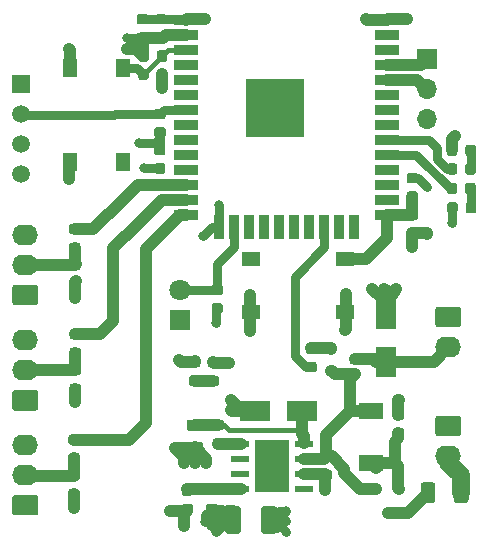
<source format=gbr>
%TF.GenerationSoftware,KiCad,Pcbnew,5.1.5+dfsg1-2build2*%
%TF.CreationDate,2022-07-17T21:36:19+12:00*%
%TF.ProjectId,automatic-plant-watering,6175746f-6d61-4746-9963-2d706c616e74,rev?*%
%TF.SameCoordinates,Original*%
%TF.FileFunction,Copper,L1,Top*%
%TF.FilePolarity,Positive*%
%FSLAX46Y46*%
G04 Gerber Fmt 4.6, Leading zero omitted, Abs format (unit mm)*
G04 Created by KiCad (PCBNEW 5.1.5+dfsg1-2build2) date 2022-07-17 21:36:19*
%MOMM*%
%LPD*%
G04 APERTURE LIST*
%TA.AperFunction,SMDPad,CuDef*%
%ADD10C,0.100000*%
%TD*%
%TA.AperFunction,SMDPad,CuDef*%
%ADD11R,2.100000X1.400000*%
%TD*%
%TA.AperFunction,ComponentPad*%
%ADD12C,1.500000*%
%TD*%
%TA.AperFunction,ComponentPad*%
%ADD13R,1.500000X1.500000*%
%TD*%
%TA.AperFunction,ViaPad*%
%ADD14C,0.600000*%
%TD*%
%TA.AperFunction,SMDPad,CuDef*%
%ADD15R,1.550000X0.600000*%
%TD*%
%TA.AperFunction,Conductor*%
%ADD16R,2.950000X4.500000*%
%TD*%
%TA.AperFunction,SMDPad,CuDef*%
%ADD17R,2.600000X3.100000*%
%TD*%
%TA.AperFunction,SMDPad,CuDef*%
%ADD18R,1.550000X1.300000*%
%TD*%
%TA.AperFunction,SMDPad,CuDef*%
%ADD19R,0.900000X0.800000*%
%TD*%
%TA.AperFunction,SMDPad,CuDef*%
%ADD20R,0.800000X0.900000*%
%TD*%
%TA.AperFunction,ComponentPad*%
%ADD21O,2.200000X1.740000*%
%TD*%
%TA.AperFunction,ComponentPad*%
%ADD22C,0.100000*%
%TD*%
%TA.AperFunction,ComponentPad*%
%ADD23O,1.700000X1.700000*%
%TD*%
%TA.AperFunction,ComponentPad*%
%ADD24R,1.700000X1.700000*%
%TD*%
%TA.AperFunction,SMDPad,CuDef*%
%ADD25R,1.800000X2.500000*%
%TD*%
%TA.AperFunction,SMDPad,CuDef*%
%ADD26R,2.500000X1.800000*%
%TD*%
%TA.AperFunction,SMDPad,CuDef*%
%ADD27R,2.000000X0.900000*%
%TD*%
%TA.AperFunction,SMDPad,CuDef*%
%ADD28R,0.900000X2.000000*%
%TD*%
%TA.AperFunction,SMDPad,CuDef*%
%ADD29R,5.000000X5.000000*%
%TD*%
%TA.AperFunction,SMDPad,CuDef*%
%ADD30R,1.300000X1.550000*%
%TD*%
%TA.AperFunction,ComponentPad*%
%ADD31C,1.800000*%
%TD*%
%TA.AperFunction,ComponentPad*%
%ADD32R,1.800000X1.800000*%
%TD*%
%TA.AperFunction,ViaPad*%
%ADD33C,0.800000*%
%TD*%
%TA.AperFunction,Conductor*%
%ADD34C,1.000000*%
%TD*%
%TA.AperFunction,Conductor*%
%ADD35C,0.750000*%
%TD*%
%TA.AperFunction,Conductor*%
%ADD36C,0.450000*%
%TD*%
%TA.AperFunction,Conductor*%
%ADD37C,1.500000*%
%TD*%
G04 APERTURE END LIST*
%TA.AperFunction,SMDPad,CuDef*%
D10*
%TO.P,R2,2*%
%TO.N,GND*%
G36*
X264089711Y-134122493D02*
G01*
X264110946Y-134125643D01*
X264131770Y-134130859D01*
X264151982Y-134138091D01*
X264171388Y-134147270D01*
X264189801Y-134158306D01*
X264207044Y-134171094D01*
X264222950Y-134185510D01*
X264237366Y-134201416D01*
X264250154Y-134218659D01*
X264261190Y-134237072D01*
X264270369Y-134256478D01*
X264277601Y-134276690D01*
X264282817Y-134297514D01*
X264285967Y-134318749D01*
X264287020Y-134340190D01*
X264287020Y-134777690D01*
X264285967Y-134799131D01*
X264282817Y-134820366D01*
X264277601Y-134841190D01*
X264270369Y-134861402D01*
X264261190Y-134880808D01*
X264250154Y-134899221D01*
X264237366Y-134916464D01*
X264222950Y-134932370D01*
X264207044Y-134946786D01*
X264189801Y-134959574D01*
X264171388Y-134970610D01*
X264151982Y-134979789D01*
X264131770Y-134987021D01*
X264110946Y-134992237D01*
X264089711Y-134995387D01*
X264068270Y-134996440D01*
X263555770Y-134996440D01*
X263534329Y-134995387D01*
X263513094Y-134992237D01*
X263492270Y-134987021D01*
X263472058Y-134979789D01*
X263452652Y-134970610D01*
X263434239Y-134959574D01*
X263416996Y-134946786D01*
X263401090Y-134932370D01*
X263386674Y-134916464D01*
X263373886Y-134899221D01*
X263362850Y-134880808D01*
X263353671Y-134861402D01*
X263346439Y-134841190D01*
X263341223Y-134820366D01*
X263338073Y-134799131D01*
X263337020Y-134777690D01*
X263337020Y-134340190D01*
X263338073Y-134318749D01*
X263341223Y-134297514D01*
X263346439Y-134276690D01*
X263353671Y-134256478D01*
X263362850Y-134237072D01*
X263373886Y-134218659D01*
X263386674Y-134201416D01*
X263401090Y-134185510D01*
X263416996Y-134171094D01*
X263434239Y-134158306D01*
X263452652Y-134147270D01*
X263472058Y-134138091D01*
X263492270Y-134130859D01*
X263513094Y-134125643D01*
X263534329Y-134122493D01*
X263555770Y-134121440D01*
X264068270Y-134121440D01*
X264089711Y-134122493D01*
G37*
%TD.AperFunction*%
%TA.AperFunction,SMDPad,CuDef*%
%TO.P,R2,1*%
%TO.N,Net-(D3-Pad2)*%
G36*
X264089711Y-135697493D02*
G01*
X264110946Y-135700643D01*
X264131770Y-135705859D01*
X264151982Y-135713091D01*
X264171388Y-135722270D01*
X264189801Y-135733306D01*
X264207044Y-135746094D01*
X264222950Y-135760510D01*
X264237366Y-135776416D01*
X264250154Y-135793659D01*
X264261190Y-135812072D01*
X264270369Y-135831478D01*
X264277601Y-135851690D01*
X264282817Y-135872514D01*
X264285967Y-135893749D01*
X264287020Y-135915190D01*
X264287020Y-136352690D01*
X264285967Y-136374131D01*
X264282817Y-136395366D01*
X264277601Y-136416190D01*
X264270369Y-136436402D01*
X264261190Y-136455808D01*
X264250154Y-136474221D01*
X264237366Y-136491464D01*
X264222950Y-136507370D01*
X264207044Y-136521786D01*
X264189801Y-136534574D01*
X264171388Y-136545610D01*
X264151982Y-136554789D01*
X264131770Y-136562021D01*
X264110946Y-136567237D01*
X264089711Y-136570387D01*
X264068270Y-136571440D01*
X263555770Y-136571440D01*
X263534329Y-136570387D01*
X263513094Y-136567237D01*
X263492270Y-136562021D01*
X263472058Y-136554789D01*
X263452652Y-136545610D01*
X263434239Y-136534574D01*
X263416996Y-136521786D01*
X263401090Y-136507370D01*
X263386674Y-136491464D01*
X263373886Y-136474221D01*
X263362850Y-136455808D01*
X263353671Y-136436402D01*
X263346439Y-136416190D01*
X263341223Y-136395366D01*
X263338073Y-136374131D01*
X263337020Y-136352690D01*
X263337020Y-135915190D01*
X263338073Y-135893749D01*
X263341223Y-135872514D01*
X263346439Y-135851690D01*
X263353671Y-135831478D01*
X263362850Y-135812072D01*
X263373886Y-135793659D01*
X263386674Y-135776416D01*
X263401090Y-135760510D01*
X263416996Y-135746094D01*
X263434239Y-135733306D01*
X263452652Y-135722270D01*
X263472058Y-135713091D01*
X263492270Y-135705859D01*
X263513094Y-135700643D01*
X263534329Y-135697493D01*
X263555770Y-135696440D01*
X264068270Y-135696440D01*
X264089711Y-135697493D01*
G37*
%TD.AperFunction*%
%TD*%
D11*
%TO.P,D3,2*%
%TO.N,Net-(D3-Pad2)*%
X261472680Y-138684360D03*
%TO.P,D3,1*%
%TO.N,12V_IN*%
X261472680Y-134284360D03*
%TD*%
%TA.AperFunction,SMDPad,CuDef*%
D10*
%TO.P,C6,2*%
%TO.N,GND*%
G36*
X253302425Y-142303184D02*
G01*
X253326693Y-142306784D01*
X253350492Y-142312745D01*
X253373591Y-142321010D01*
X253395770Y-142331500D01*
X253416813Y-142344112D01*
X253436519Y-142358727D01*
X253454697Y-142375203D01*
X253471173Y-142393381D01*
X253485788Y-142413087D01*
X253498400Y-142434130D01*
X253508890Y-142456309D01*
X253517155Y-142479408D01*
X253523116Y-142503207D01*
X253526716Y-142527475D01*
X253527920Y-142551979D01*
X253527920Y-144401981D01*
X253526716Y-144426485D01*
X253523116Y-144450753D01*
X253517155Y-144474552D01*
X253508890Y-144497651D01*
X253498400Y-144519830D01*
X253485788Y-144540873D01*
X253471173Y-144560579D01*
X253454697Y-144578757D01*
X253436519Y-144595233D01*
X253416813Y-144609848D01*
X253395770Y-144622460D01*
X253373591Y-144632950D01*
X253350492Y-144641215D01*
X253326693Y-144647176D01*
X253302425Y-144650776D01*
X253277921Y-144651980D01*
X252452919Y-144651980D01*
X252428415Y-144650776D01*
X252404147Y-144647176D01*
X252380348Y-144641215D01*
X252357249Y-144632950D01*
X252335070Y-144622460D01*
X252314027Y-144609848D01*
X252294321Y-144595233D01*
X252276143Y-144578757D01*
X252259667Y-144560579D01*
X252245052Y-144540873D01*
X252232440Y-144519830D01*
X252221950Y-144497651D01*
X252213685Y-144474552D01*
X252207724Y-144450753D01*
X252204124Y-144426485D01*
X252202920Y-144401981D01*
X252202920Y-142551979D01*
X252204124Y-142527475D01*
X252207724Y-142503207D01*
X252213685Y-142479408D01*
X252221950Y-142456309D01*
X252232440Y-142434130D01*
X252245052Y-142413087D01*
X252259667Y-142393381D01*
X252276143Y-142375203D01*
X252294321Y-142358727D01*
X252314027Y-142344112D01*
X252335070Y-142331500D01*
X252357249Y-142321010D01*
X252380348Y-142312745D01*
X252404147Y-142306784D01*
X252428415Y-142303184D01*
X252452919Y-142301980D01*
X253277921Y-142301980D01*
X253302425Y-142303184D01*
G37*
%TD.AperFunction*%
%TA.AperFunction,SMDPad,CuDef*%
%TO.P,C6,1*%
%TO.N,+3V3*%
G36*
X250227425Y-142303184D02*
G01*
X250251693Y-142306784D01*
X250275492Y-142312745D01*
X250298591Y-142321010D01*
X250320770Y-142331500D01*
X250341813Y-142344112D01*
X250361519Y-142358727D01*
X250379697Y-142375203D01*
X250396173Y-142393381D01*
X250410788Y-142413087D01*
X250423400Y-142434130D01*
X250433890Y-142456309D01*
X250442155Y-142479408D01*
X250448116Y-142503207D01*
X250451716Y-142527475D01*
X250452920Y-142551979D01*
X250452920Y-144401981D01*
X250451716Y-144426485D01*
X250448116Y-144450753D01*
X250442155Y-144474552D01*
X250433890Y-144497651D01*
X250423400Y-144519830D01*
X250410788Y-144540873D01*
X250396173Y-144560579D01*
X250379697Y-144578757D01*
X250361519Y-144595233D01*
X250341813Y-144609848D01*
X250320770Y-144622460D01*
X250298591Y-144632950D01*
X250275492Y-144641215D01*
X250251693Y-144647176D01*
X250227425Y-144650776D01*
X250202921Y-144651980D01*
X249377919Y-144651980D01*
X249353415Y-144650776D01*
X249329147Y-144647176D01*
X249305348Y-144641215D01*
X249282249Y-144632950D01*
X249260070Y-144622460D01*
X249239027Y-144609848D01*
X249219321Y-144595233D01*
X249201143Y-144578757D01*
X249184667Y-144560579D01*
X249170052Y-144540873D01*
X249157440Y-144519830D01*
X249146950Y-144497651D01*
X249138685Y-144474552D01*
X249132724Y-144450753D01*
X249129124Y-144426485D01*
X249127920Y-144401981D01*
X249127920Y-142551979D01*
X249129124Y-142527475D01*
X249132724Y-142503207D01*
X249138685Y-142479408D01*
X249146950Y-142456309D01*
X249157440Y-142434130D01*
X249170052Y-142413087D01*
X249184667Y-142393381D01*
X249201143Y-142375203D01*
X249219321Y-142358727D01*
X249239027Y-142344112D01*
X249260070Y-142331500D01*
X249282249Y-142321010D01*
X249305348Y-142312745D01*
X249329147Y-142306784D01*
X249353415Y-142303184D01*
X249377919Y-142301980D01*
X250202921Y-142301980D01*
X250227425Y-142303184D01*
G37*
%TD.AperFunction*%
%TD*%
D12*
%TO.P,U4,4*%
%TO.N,GND*%
X231853740Y-114226340D03*
%TO.P,U4,3*%
%TO.N,Net-(U4-Pad3)*%
X231853740Y-111686340D03*
%TO.P,U4,2*%
%TO.N,TEMP_HUMID_SEN*%
X231853740Y-109146340D03*
D13*
%TO.P,U4,1*%
%TO.N,+3V3*%
X231853740Y-106606340D03*
%TD*%
%TA.AperFunction,SMDPad,CuDef*%
D10*
%TO.P,R5,2*%
%TO.N,Net-(D6-Pad1)*%
G36*
X248422991Y-131262653D02*
G01*
X248444226Y-131265803D01*
X248465050Y-131271019D01*
X248485262Y-131278251D01*
X248504668Y-131287430D01*
X248523081Y-131298466D01*
X248540324Y-131311254D01*
X248556230Y-131325670D01*
X248570646Y-131341576D01*
X248583434Y-131358819D01*
X248594470Y-131377232D01*
X248603649Y-131396638D01*
X248610881Y-131416850D01*
X248616097Y-131437674D01*
X248619247Y-131458909D01*
X248620300Y-131480350D01*
X248620300Y-131917850D01*
X248619247Y-131939291D01*
X248616097Y-131960526D01*
X248610881Y-131981350D01*
X248603649Y-132001562D01*
X248594470Y-132020968D01*
X248583434Y-132039381D01*
X248570646Y-132056624D01*
X248556230Y-132072530D01*
X248540324Y-132086946D01*
X248523081Y-132099734D01*
X248504668Y-132110770D01*
X248485262Y-132119949D01*
X248465050Y-132127181D01*
X248444226Y-132132397D01*
X248422991Y-132135547D01*
X248401550Y-132136600D01*
X247889050Y-132136600D01*
X247867609Y-132135547D01*
X247846374Y-132132397D01*
X247825550Y-132127181D01*
X247805338Y-132119949D01*
X247785932Y-132110770D01*
X247767519Y-132099734D01*
X247750276Y-132086946D01*
X247734370Y-132072530D01*
X247719954Y-132056624D01*
X247707166Y-132039381D01*
X247696130Y-132020968D01*
X247686951Y-132001562D01*
X247679719Y-131981350D01*
X247674503Y-131960526D01*
X247671353Y-131939291D01*
X247670300Y-131917850D01*
X247670300Y-131480350D01*
X247671353Y-131458909D01*
X247674503Y-131437674D01*
X247679719Y-131416850D01*
X247686951Y-131396638D01*
X247696130Y-131377232D01*
X247707166Y-131358819D01*
X247719954Y-131341576D01*
X247734370Y-131325670D01*
X247750276Y-131311254D01*
X247767519Y-131298466D01*
X247785932Y-131287430D01*
X247805338Y-131278251D01*
X247825550Y-131271019D01*
X247846374Y-131265803D01*
X247867609Y-131262653D01*
X247889050Y-131261600D01*
X248401550Y-131261600D01*
X248422991Y-131262653D01*
G37*
%TD.AperFunction*%
%TA.AperFunction,SMDPad,CuDef*%
%TO.P,R5,1*%
%TO.N,GND*%
G36*
X248422991Y-129687653D02*
G01*
X248444226Y-129690803D01*
X248465050Y-129696019D01*
X248485262Y-129703251D01*
X248504668Y-129712430D01*
X248523081Y-129723466D01*
X248540324Y-129736254D01*
X248556230Y-129750670D01*
X248570646Y-129766576D01*
X248583434Y-129783819D01*
X248594470Y-129802232D01*
X248603649Y-129821638D01*
X248610881Y-129841850D01*
X248616097Y-129862674D01*
X248619247Y-129883909D01*
X248620300Y-129905350D01*
X248620300Y-130342850D01*
X248619247Y-130364291D01*
X248616097Y-130385526D01*
X248610881Y-130406350D01*
X248603649Y-130426562D01*
X248594470Y-130445968D01*
X248583434Y-130464381D01*
X248570646Y-130481624D01*
X248556230Y-130497530D01*
X248540324Y-130511946D01*
X248523081Y-130524734D01*
X248504668Y-130535770D01*
X248485262Y-130544949D01*
X248465050Y-130552181D01*
X248444226Y-130557397D01*
X248422991Y-130560547D01*
X248401550Y-130561600D01*
X247889050Y-130561600D01*
X247867609Y-130560547D01*
X247846374Y-130557397D01*
X247825550Y-130552181D01*
X247805338Y-130544949D01*
X247785932Y-130535770D01*
X247767519Y-130524734D01*
X247750276Y-130511946D01*
X247734370Y-130497530D01*
X247719954Y-130481624D01*
X247707166Y-130464381D01*
X247696130Y-130445968D01*
X247686951Y-130426562D01*
X247679719Y-130406350D01*
X247674503Y-130385526D01*
X247671353Y-130364291D01*
X247670300Y-130342850D01*
X247670300Y-129905350D01*
X247671353Y-129883909D01*
X247674503Y-129862674D01*
X247679719Y-129841850D01*
X247686951Y-129821638D01*
X247696130Y-129802232D01*
X247707166Y-129783819D01*
X247719954Y-129766576D01*
X247734370Y-129750670D01*
X247750276Y-129736254D01*
X247767519Y-129723466D01*
X247785932Y-129712430D01*
X247805338Y-129703251D01*
X247825550Y-129696019D01*
X247846374Y-129690803D01*
X247867609Y-129687653D01*
X247889050Y-129686600D01*
X248401550Y-129686600D01*
X248422991Y-129687653D01*
G37*
%TD.AperFunction*%
%TD*%
%TA.AperFunction,SMDPad,CuDef*%
%TO.P,D6,2*%
%TO.N,+3V3*%
G36*
X246835491Y-129674953D02*
G01*
X246856726Y-129678103D01*
X246877550Y-129683319D01*
X246897762Y-129690551D01*
X246917168Y-129699730D01*
X246935581Y-129710766D01*
X246952824Y-129723554D01*
X246968730Y-129737970D01*
X246983146Y-129753876D01*
X246995934Y-129771119D01*
X247006970Y-129789532D01*
X247016149Y-129808938D01*
X247023381Y-129829150D01*
X247028597Y-129849974D01*
X247031747Y-129871209D01*
X247032800Y-129892650D01*
X247032800Y-130330150D01*
X247031747Y-130351591D01*
X247028597Y-130372826D01*
X247023381Y-130393650D01*
X247016149Y-130413862D01*
X247006970Y-130433268D01*
X246995934Y-130451681D01*
X246983146Y-130468924D01*
X246968730Y-130484830D01*
X246952824Y-130499246D01*
X246935581Y-130512034D01*
X246917168Y-130523070D01*
X246897762Y-130532249D01*
X246877550Y-130539481D01*
X246856726Y-130544697D01*
X246835491Y-130547847D01*
X246814050Y-130548900D01*
X246301550Y-130548900D01*
X246280109Y-130547847D01*
X246258874Y-130544697D01*
X246238050Y-130539481D01*
X246217838Y-130532249D01*
X246198432Y-130523070D01*
X246180019Y-130512034D01*
X246162776Y-130499246D01*
X246146870Y-130484830D01*
X246132454Y-130468924D01*
X246119666Y-130451681D01*
X246108630Y-130433268D01*
X246099451Y-130413862D01*
X246092219Y-130393650D01*
X246087003Y-130372826D01*
X246083853Y-130351591D01*
X246082800Y-130330150D01*
X246082800Y-129892650D01*
X246083853Y-129871209D01*
X246087003Y-129849974D01*
X246092219Y-129829150D01*
X246099451Y-129808938D01*
X246108630Y-129789532D01*
X246119666Y-129771119D01*
X246132454Y-129753876D01*
X246146870Y-129737970D01*
X246162776Y-129723554D01*
X246180019Y-129710766D01*
X246198432Y-129699730D01*
X246217838Y-129690551D01*
X246238050Y-129683319D01*
X246258874Y-129678103D01*
X246280109Y-129674953D01*
X246301550Y-129673900D01*
X246814050Y-129673900D01*
X246835491Y-129674953D01*
G37*
%TD.AperFunction*%
%TA.AperFunction,SMDPad,CuDef*%
%TO.P,D6,1*%
%TO.N,Net-(D6-Pad1)*%
G36*
X246835491Y-131249953D02*
G01*
X246856726Y-131253103D01*
X246877550Y-131258319D01*
X246897762Y-131265551D01*
X246917168Y-131274730D01*
X246935581Y-131285766D01*
X246952824Y-131298554D01*
X246968730Y-131312970D01*
X246983146Y-131328876D01*
X246995934Y-131346119D01*
X247006970Y-131364532D01*
X247016149Y-131383938D01*
X247023381Y-131404150D01*
X247028597Y-131424974D01*
X247031747Y-131446209D01*
X247032800Y-131467650D01*
X247032800Y-131905150D01*
X247031747Y-131926591D01*
X247028597Y-131947826D01*
X247023381Y-131968650D01*
X247016149Y-131988862D01*
X247006970Y-132008268D01*
X246995934Y-132026681D01*
X246983146Y-132043924D01*
X246968730Y-132059830D01*
X246952824Y-132074246D01*
X246935581Y-132087034D01*
X246917168Y-132098070D01*
X246897762Y-132107249D01*
X246877550Y-132114481D01*
X246856726Y-132119697D01*
X246835491Y-132122847D01*
X246814050Y-132123900D01*
X246301550Y-132123900D01*
X246280109Y-132122847D01*
X246258874Y-132119697D01*
X246238050Y-132114481D01*
X246217838Y-132107249D01*
X246198432Y-132098070D01*
X246180019Y-132087034D01*
X246162776Y-132074246D01*
X246146870Y-132059830D01*
X246132454Y-132043924D01*
X246119666Y-132026681D01*
X246108630Y-132008268D01*
X246099451Y-131988862D01*
X246092219Y-131968650D01*
X246087003Y-131947826D01*
X246083853Y-131926591D01*
X246082800Y-131905150D01*
X246082800Y-131467650D01*
X246083853Y-131446209D01*
X246087003Y-131424974D01*
X246092219Y-131404150D01*
X246099451Y-131383938D01*
X246108630Y-131364532D01*
X246119666Y-131346119D01*
X246132454Y-131328876D01*
X246146870Y-131312970D01*
X246162776Y-131298554D01*
X246180019Y-131285766D01*
X246198432Y-131274730D01*
X246217838Y-131265551D01*
X246238050Y-131258319D01*
X246258874Y-131253103D01*
X246280109Y-131249953D01*
X246301550Y-131248900D01*
X246814050Y-131248900D01*
X246835491Y-131249953D01*
G37*
%TD.AperFunction*%
%TD*%
%TA.AperFunction,SMDPad,CuDef*%
%TO.P,R13,2*%
%TO.N,GND*%
G36*
X246205571Y-142120913D02*
G01*
X246226806Y-142124063D01*
X246247630Y-142129279D01*
X246267842Y-142136511D01*
X246287248Y-142145690D01*
X246305661Y-142156726D01*
X246322904Y-142169514D01*
X246338810Y-142183930D01*
X246353226Y-142199836D01*
X246366014Y-142217079D01*
X246377050Y-142235492D01*
X246386229Y-142254898D01*
X246393461Y-142275110D01*
X246398677Y-142295934D01*
X246401827Y-142317169D01*
X246402880Y-142338610D01*
X246402880Y-142776110D01*
X246401827Y-142797551D01*
X246398677Y-142818786D01*
X246393461Y-142839610D01*
X246386229Y-142859822D01*
X246377050Y-142879228D01*
X246366014Y-142897641D01*
X246353226Y-142914884D01*
X246338810Y-142930790D01*
X246322904Y-142945206D01*
X246305661Y-142957994D01*
X246287248Y-142969030D01*
X246267842Y-142978209D01*
X246247630Y-142985441D01*
X246226806Y-142990657D01*
X246205571Y-142993807D01*
X246184130Y-142994860D01*
X245671630Y-142994860D01*
X245650189Y-142993807D01*
X245628954Y-142990657D01*
X245608130Y-142985441D01*
X245587918Y-142978209D01*
X245568512Y-142969030D01*
X245550099Y-142957994D01*
X245532856Y-142945206D01*
X245516950Y-142930790D01*
X245502534Y-142914884D01*
X245489746Y-142897641D01*
X245478710Y-142879228D01*
X245469531Y-142859822D01*
X245462299Y-142839610D01*
X245457083Y-142818786D01*
X245453933Y-142797551D01*
X245452880Y-142776110D01*
X245452880Y-142338610D01*
X245453933Y-142317169D01*
X245457083Y-142295934D01*
X245462299Y-142275110D01*
X245469531Y-142254898D01*
X245478710Y-142235492D01*
X245489746Y-142217079D01*
X245502534Y-142199836D01*
X245516950Y-142183930D01*
X245532856Y-142169514D01*
X245550099Y-142156726D01*
X245568512Y-142145690D01*
X245587918Y-142136511D01*
X245608130Y-142129279D01*
X245628954Y-142124063D01*
X245650189Y-142120913D01*
X245671630Y-142119860D01*
X246184130Y-142119860D01*
X246205571Y-142120913D01*
G37*
%TD.AperFunction*%
%TA.AperFunction,SMDPad,CuDef*%
%TO.P,R13,1*%
%TO.N,Net-(R12-Pad2)*%
G36*
X246205571Y-140545913D02*
G01*
X246226806Y-140549063D01*
X246247630Y-140554279D01*
X246267842Y-140561511D01*
X246287248Y-140570690D01*
X246305661Y-140581726D01*
X246322904Y-140594514D01*
X246338810Y-140608930D01*
X246353226Y-140624836D01*
X246366014Y-140642079D01*
X246377050Y-140660492D01*
X246386229Y-140679898D01*
X246393461Y-140700110D01*
X246398677Y-140720934D01*
X246401827Y-140742169D01*
X246402880Y-140763610D01*
X246402880Y-141201110D01*
X246401827Y-141222551D01*
X246398677Y-141243786D01*
X246393461Y-141264610D01*
X246386229Y-141284822D01*
X246377050Y-141304228D01*
X246366014Y-141322641D01*
X246353226Y-141339884D01*
X246338810Y-141355790D01*
X246322904Y-141370206D01*
X246305661Y-141382994D01*
X246287248Y-141394030D01*
X246267842Y-141403209D01*
X246247630Y-141410441D01*
X246226806Y-141415657D01*
X246205571Y-141418807D01*
X246184130Y-141419860D01*
X245671630Y-141419860D01*
X245650189Y-141418807D01*
X245628954Y-141415657D01*
X245608130Y-141410441D01*
X245587918Y-141403209D01*
X245568512Y-141394030D01*
X245550099Y-141382994D01*
X245532856Y-141370206D01*
X245516950Y-141355790D01*
X245502534Y-141339884D01*
X245489746Y-141322641D01*
X245478710Y-141304228D01*
X245469531Y-141284822D01*
X245462299Y-141264610D01*
X245457083Y-141243786D01*
X245453933Y-141222551D01*
X245452880Y-141201110D01*
X245452880Y-140763610D01*
X245453933Y-140742169D01*
X245457083Y-140720934D01*
X245462299Y-140700110D01*
X245469531Y-140679898D01*
X245478710Y-140660492D01*
X245489746Y-140642079D01*
X245502534Y-140624836D01*
X245516950Y-140608930D01*
X245532856Y-140594514D01*
X245550099Y-140581726D01*
X245568512Y-140570690D01*
X245587918Y-140561511D01*
X245608130Y-140554279D01*
X245628954Y-140549063D01*
X245650189Y-140545913D01*
X245671630Y-140544860D01*
X246184130Y-140544860D01*
X246205571Y-140545913D01*
G37*
%TD.AperFunction*%
%TD*%
%TA.AperFunction,SMDPad,CuDef*%
%TO.P,R12,2*%
%TO.N,Net-(R12-Pad2)*%
G36*
X248273131Y-140533453D02*
G01*
X248294366Y-140536603D01*
X248315190Y-140541819D01*
X248335402Y-140549051D01*
X248354808Y-140558230D01*
X248373221Y-140569266D01*
X248390464Y-140582054D01*
X248406370Y-140596470D01*
X248420786Y-140612376D01*
X248433574Y-140629619D01*
X248444610Y-140648032D01*
X248453789Y-140667438D01*
X248461021Y-140687650D01*
X248466237Y-140708474D01*
X248469387Y-140729709D01*
X248470440Y-140751150D01*
X248470440Y-141188650D01*
X248469387Y-141210091D01*
X248466237Y-141231326D01*
X248461021Y-141252150D01*
X248453789Y-141272362D01*
X248444610Y-141291768D01*
X248433574Y-141310181D01*
X248420786Y-141327424D01*
X248406370Y-141343330D01*
X248390464Y-141357746D01*
X248373221Y-141370534D01*
X248354808Y-141381570D01*
X248335402Y-141390749D01*
X248315190Y-141397981D01*
X248294366Y-141403197D01*
X248273131Y-141406347D01*
X248251690Y-141407400D01*
X247739190Y-141407400D01*
X247717749Y-141406347D01*
X247696514Y-141403197D01*
X247675690Y-141397981D01*
X247655478Y-141390749D01*
X247636072Y-141381570D01*
X247617659Y-141370534D01*
X247600416Y-141357746D01*
X247584510Y-141343330D01*
X247570094Y-141327424D01*
X247557306Y-141310181D01*
X247546270Y-141291768D01*
X247537091Y-141272362D01*
X247529859Y-141252150D01*
X247524643Y-141231326D01*
X247521493Y-141210091D01*
X247520440Y-141188650D01*
X247520440Y-140751150D01*
X247521493Y-140729709D01*
X247524643Y-140708474D01*
X247529859Y-140687650D01*
X247537091Y-140667438D01*
X247546270Y-140648032D01*
X247557306Y-140629619D01*
X247570094Y-140612376D01*
X247584510Y-140596470D01*
X247600416Y-140582054D01*
X247617659Y-140569266D01*
X247636072Y-140558230D01*
X247655478Y-140549051D01*
X247675690Y-140541819D01*
X247696514Y-140536603D01*
X247717749Y-140533453D01*
X247739190Y-140532400D01*
X248251690Y-140532400D01*
X248273131Y-140533453D01*
G37*
%TD.AperFunction*%
%TA.AperFunction,SMDPad,CuDef*%
%TO.P,R12,1*%
%TO.N,+3V3*%
G36*
X248273131Y-142108453D02*
G01*
X248294366Y-142111603D01*
X248315190Y-142116819D01*
X248335402Y-142124051D01*
X248354808Y-142133230D01*
X248373221Y-142144266D01*
X248390464Y-142157054D01*
X248406370Y-142171470D01*
X248420786Y-142187376D01*
X248433574Y-142204619D01*
X248444610Y-142223032D01*
X248453789Y-142242438D01*
X248461021Y-142262650D01*
X248466237Y-142283474D01*
X248469387Y-142304709D01*
X248470440Y-142326150D01*
X248470440Y-142763650D01*
X248469387Y-142785091D01*
X248466237Y-142806326D01*
X248461021Y-142827150D01*
X248453789Y-142847362D01*
X248444610Y-142866768D01*
X248433574Y-142885181D01*
X248420786Y-142902424D01*
X248406370Y-142918330D01*
X248390464Y-142932746D01*
X248373221Y-142945534D01*
X248354808Y-142956570D01*
X248335402Y-142965749D01*
X248315190Y-142972981D01*
X248294366Y-142978197D01*
X248273131Y-142981347D01*
X248251690Y-142982400D01*
X247739190Y-142982400D01*
X247717749Y-142981347D01*
X247696514Y-142978197D01*
X247675690Y-142972981D01*
X247655478Y-142965749D01*
X247636072Y-142956570D01*
X247617659Y-142945534D01*
X247600416Y-142932746D01*
X247584510Y-142918330D01*
X247570094Y-142902424D01*
X247557306Y-142885181D01*
X247546270Y-142866768D01*
X247537091Y-142847362D01*
X247529859Y-142827150D01*
X247524643Y-142806326D01*
X247521493Y-142785091D01*
X247520440Y-142763650D01*
X247520440Y-142326150D01*
X247521493Y-142304709D01*
X247524643Y-142283474D01*
X247529859Y-142262650D01*
X247537091Y-142242438D01*
X247546270Y-142223032D01*
X247557306Y-142204619D01*
X247570094Y-142187376D01*
X247584510Y-142171470D01*
X247600416Y-142157054D01*
X247617659Y-142144266D01*
X247636072Y-142133230D01*
X247655478Y-142124051D01*
X247675690Y-142116819D01*
X247696514Y-142111603D01*
X247717749Y-142108453D01*
X247739190Y-142107400D01*
X248251690Y-142107400D01*
X248273131Y-142108453D01*
G37*
%TD.AperFunction*%
%TD*%
D14*
%TO.N,GND*%
%TO.C,U2*%
X253698300Y-140738000D03*
X253698300Y-139638000D03*
X252498300Y-139638000D03*
X252498300Y-140738000D03*
X253698300Y-137138000D03*
X253698300Y-138338000D03*
X252498300Y-138338000D03*
X252498300Y-137138000D03*
D15*
%TD*%
%TO.P,U2,8*%
%TO.N,Net-(C4-Pad1)*%
X255798300Y-137033000D03*
%TO.P,U2,7*%
%TO.N,12V_IN*%
X255798300Y-138303000D03*
%TO.P,U2,6*%
%TO.N,GND*%
X255798300Y-139573000D03*
%TO.P,U2,5*%
%TO.N,Net-(U2-Pad5)*%
X255798300Y-140843000D03*
%TO.P,U2,4*%
%TO.N,Net-(R12-Pad2)*%
X250398300Y-140843000D03*
%TO.P,U2,3*%
%TO.N,Net-(U2-Pad3)*%
X250398300Y-139573000D03*
%TO.P,U2,2*%
%TO.N,Net-(U2-Pad2)*%
X250398300Y-138303000D03*
%TO.P,U2,1*%
%TO.N,Net-(C4-Pad2)*%
X250398300Y-137033000D03*
D16*
%TD*%
%TO.N,GND*%
%TO.C,U2*%
X253098300Y-138938000D03*
D17*
%TO.P,U2,9*%
%TO.N,GND*%
X253098300Y-138938000D03*
%TD*%
D18*
%TO.P,SW2,2*%
%TO.N,GND*%
X259245000Y-125884500D03*
%TO.P,SW2,1*%
%TO.N,GPIO0*%
X259245000Y-121384500D03*
X251295000Y-121384500D03*
%TO.P,SW2,2*%
%TO.N,GND*%
X251295000Y-125884500D03*
%TD*%
%TA.AperFunction,SMDPad,CuDef*%
D10*
%TO.P,R15,2*%
%TO.N,Net-(C10-Pad1)*%
G36*
X236624691Y-137815853D02*
G01*
X236645926Y-137819003D01*
X236666750Y-137824219D01*
X236686962Y-137831451D01*
X236706368Y-137840630D01*
X236724781Y-137851666D01*
X236742024Y-137864454D01*
X236757930Y-137878870D01*
X236772346Y-137894776D01*
X236785134Y-137912019D01*
X236796170Y-137930432D01*
X236805349Y-137949838D01*
X236812581Y-137970050D01*
X236817797Y-137990874D01*
X236820947Y-138012109D01*
X236822000Y-138033550D01*
X236822000Y-138471050D01*
X236820947Y-138492491D01*
X236817797Y-138513726D01*
X236812581Y-138534550D01*
X236805349Y-138554762D01*
X236796170Y-138574168D01*
X236785134Y-138592581D01*
X236772346Y-138609824D01*
X236757930Y-138625730D01*
X236742024Y-138640146D01*
X236724781Y-138652934D01*
X236706368Y-138663970D01*
X236686962Y-138673149D01*
X236666750Y-138680381D01*
X236645926Y-138685597D01*
X236624691Y-138688747D01*
X236603250Y-138689800D01*
X236090750Y-138689800D01*
X236069309Y-138688747D01*
X236048074Y-138685597D01*
X236027250Y-138680381D01*
X236007038Y-138673149D01*
X235987632Y-138663970D01*
X235969219Y-138652934D01*
X235951976Y-138640146D01*
X235936070Y-138625730D01*
X235921654Y-138609824D01*
X235908866Y-138592581D01*
X235897830Y-138574168D01*
X235888651Y-138554762D01*
X235881419Y-138534550D01*
X235876203Y-138513726D01*
X235873053Y-138492491D01*
X235872000Y-138471050D01*
X235872000Y-138033550D01*
X235873053Y-138012109D01*
X235876203Y-137990874D01*
X235881419Y-137970050D01*
X235888651Y-137949838D01*
X235897830Y-137930432D01*
X235908866Y-137912019D01*
X235921654Y-137894776D01*
X235936070Y-137878870D01*
X235951976Y-137864454D01*
X235969219Y-137851666D01*
X235987632Y-137840630D01*
X236007038Y-137831451D01*
X236027250Y-137824219D01*
X236048074Y-137819003D01*
X236069309Y-137815853D01*
X236090750Y-137814800D01*
X236603250Y-137814800D01*
X236624691Y-137815853D01*
G37*
%TD.AperFunction*%
%TA.AperFunction,SMDPad,CuDef*%
%TO.P,R15,1*%
%TO.N,MOIST1*%
G36*
X236624691Y-136240853D02*
G01*
X236645926Y-136244003D01*
X236666750Y-136249219D01*
X236686962Y-136256451D01*
X236706368Y-136265630D01*
X236724781Y-136276666D01*
X236742024Y-136289454D01*
X236757930Y-136303870D01*
X236772346Y-136319776D01*
X236785134Y-136337019D01*
X236796170Y-136355432D01*
X236805349Y-136374838D01*
X236812581Y-136395050D01*
X236817797Y-136415874D01*
X236820947Y-136437109D01*
X236822000Y-136458550D01*
X236822000Y-136896050D01*
X236820947Y-136917491D01*
X236817797Y-136938726D01*
X236812581Y-136959550D01*
X236805349Y-136979762D01*
X236796170Y-136999168D01*
X236785134Y-137017581D01*
X236772346Y-137034824D01*
X236757930Y-137050730D01*
X236742024Y-137065146D01*
X236724781Y-137077934D01*
X236706368Y-137088970D01*
X236686962Y-137098149D01*
X236666750Y-137105381D01*
X236645926Y-137110597D01*
X236624691Y-137113747D01*
X236603250Y-137114800D01*
X236090750Y-137114800D01*
X236069309Y-137113747D01*
X236048074Y-137110597D01*
X236027250Y-137105381D01*
X236007038Y-137098149D01*
X235987632Y-137088970D01*
X235969219Y-137077934D01*
X235951976Y-137065146D01*
X235936070Y-137050730D01*
X235921654Y-137034824D01*
X235908866Y-137017581D01*
X235897830Y-136999168D01*
X235888651Y-136979762D01*
X235881419Y-136959550D01*
X235876203Y-136938726D01*
X235873053Y-136917491D01*
X235872000Y-136896050D01*
X235872000Y-136458550D01*
X235873053Y-136437109D01*
X235876203Y-136415874D01*
X235881419Y-136395050D01*
X235888651Y-136374838D01*
X235897830Y-136355432D01*
X235908866Y-136337019D01*
X235921654Y-136319776D01*
X235936070Y-136303870D01*
X235951976Y-136289454D01*
X235969219Y-136276666D01*
X235987632Y-136265630D01*
X236007038Y-136256451D01*
X236027250Y-136249219D01*
X236048074Y-136244003D01*
X236069309Y-136240853D01*
X236090750Y-136239800D01*
X236603250Y-136239800D01*
X236624691Y-136240853D01*
G37*
%TD.AperFunction*%
%TD*%
%TA.AperFunction,SMDPad,CuDef*%
%TO.P,R14,2*%
%TO.N,Net-(C9-Pad1)*%
G36*
X236713591Y-128900453D02*
G01*
X236734826Y-128903603D01*
X236755650Y-128908819D01*
X236775862Y-128916051D01*
X236795268Y-128925230D01*
X236813681Y-128936266D01*
X236830924Y-128949054D01*
X236846830Y-128963470D01*
X236861246Y-128979376D01*
X236874034Y-128996619D01*
X236885070Y-129015032D01*
X236894249Y-129034438D01*
X236901481Y-129054650D01*
X236906697Y-129075474D01*
X236909847Y-129096709D01*
X236910900Y-129118150D01*
X236910900Y-129555650D01*
X236909847Y-129577091D01*
X236906697Y-129598326D01*
X236901481Y-129619150D01*
X236894249Y-129639362D01*
X236885070Y-129658768D01*
X236874034Y-129677181D01*
X236861246Y-129694424D01*
X236846830Y-129710330D01*
X236830924Y-129724746D01*
X236813681Y-129737534D01*
X236795268Y-129748570D01*
X236775862Y-129757749D01*
X236755650Y-129764981D01*
X236734826Y-129770197D01*
X236713591Y-129773347D01*
X236692150Y-129774400D01*
X236179650Y-129774400D01*
X236158209Y-129773347D01*
X236136974Y-129770197D01*
X236116150Y-129764981D01*
X236095938Y-129757749D01*
X236076532Y-129748570D01*
X236058119Y-129737534D01*
X236040876Y-129724746D01*
X236024970Y-129710330D01*
X236010554Y-129694424D01*
X235997766Y-129677181D01*
X235986730Y-129658768D01*
X235977551Y-129639362D01*
X235970319Y-129619150D01*
X235965103Y-129598326D01*
X235961953Y-129577091D01*
X235960900Y-129555650D01*
X235960900Y-129118150D01*
X235961953Y-129096709D01*
X235965103Y-129075474D01*
X235970319Y-129054650D01*
X235977551Y-129034438D01*
X235986730Y-129015032D01*
X235997766Y-128996619D01*
X236010554Y-128979376D01*
X236024970Y-128963470D01*
X236040876Y-128949054D01*
X236058119Y-128936266D01*
X236076532Y-128925230D01*
X236095938Y-128916051D01*
X236116150Y-128908819D01*
X236136974Y-128903603D01*
X236158209Y-128900453D01*
X236179650Y-128899400D01*
X236692150Y-128899400D01*
X236713591Y-128900453D01*
G37*
%TD.AperFunction*%
%TA.AperFunction,SMDPad,CuDef*%
%TO.P,R14,1*%
%TO.N,MOIST2*%
G36*
X236713591Y-127325453D02*
G01*
X236734826Y-127328603D01*
X236755650Y-127333819D01*
X236775862Y-127341051D01*
X236795268Y-127350230D01*
X236813681Y-127361266D01*
X236830924Y-127374054D01*
X236846830Y-127388470D01*
X236861246Y-127404376D01*
X236874034Y-127421619D01*
X236885070Y-127440032D01*
X236894249Y-127459438D01*
X236901481Y-127479650D01*
X236906697Y-127500474D01*
X236909847Y-127521709D01*
X236910900Y-127543150D01*
X236910900Y-127980650D01*
X236909847Y-128002091D01*
X236906697Y-128023326D01*
X236901481Y-128044150D01*
X236894249Y-128064362D01*
X236885070Y-128083768D01*
X236874034Y-128102181D01*
X236861246Y-128119424D01*
X236846830Y-128135330D01*
X236830924Y-128149746D01*
X236813681Y-128162534D01*
X236795268Y-128173570D01*
X236775862Y-128182749D01*
X236755650Y-128189981D01*
X236734826Y-128195197D01*
X236713591Y-128198347D01*
X236692150Y-128199400D01*
X236179650Y-128199400D01*
X236158209Y-128198347D01*
X236136974Y-128195197D01*
X236116150Y-128189981D01*
X236095938Y-128182749D01*
X236076532Y-128173570D01*
X236058119Y-128162534D01*
X236040876Y-128149746D01*
X236024970Y-128135330D01*
X236010554Y-128119424D01*
X235997766Y-128102181D01*
X235986730Y-128083768D01*
X235977551Y-128064362D01*
X235970319Y-128044150D01*
X235965103Y-128023326D01*
X235961953Y-128002091D01*
X235960900Y-127980650D01*
X235960900Y-127543150D01*
X235961953Y-127521709D01*
X235965103Y-127500474D01*
X235970319Y-127479650D01*
X235977551Y-127459438D01*
X235986730Y-127440032D01*
X235997766Y-127421619D01*
X236010554Y-127404376D01*
X236024970Y-127388470D01*
X236040876Y-127374054D01*
X236058119Y-127361266D01*
X236076532Y-127350230D01*
X236095938Y-127341051D01*
X236116150Y-127333819D01*
X236136974Y-127328603D01*
X236158209Y-127325453D01*
X236179650Y-127324400D01*
X236692150Y-127324400D01*
X236713591Y-127325453D01*
G37*
%TD.AperFunction*%
%TD*%
%TA.AperFunction,SMDPad,CuDef*%
%TO.P,R10,2*%
%TO.N,Net-(C8-Pad1)*%
G36*
X236675491Y-119997753D02*
G01*
X236696726Y-120000903D01*
X236717550Y-120006119D01*
X236737762Y-120013351D01*
X236757168Y-120022530D01*
X236775581Y-120033566D01*
X236792824Y-120046354D01*
X236808730Y-120060770D01*
X236823146Y-120076676D01*
X236835934Y-120093919D01*
X236846970Y-120112332D01*
X236856149Y-120131738D01*
X236863381Y-120151950D01*
X236868597Y-120172774D01*
X236871747Y-120194009D01*
X236872800Y-120215450D01*
X236872800Y-120652950D01*
X236871747Y-120674391D01*
X236868597Y-120695626D01*
X236863381Y-120716450D01*
X236856149Y-120736662D01*
X236846970Y-120756068D01*
X236835934Y-120774481D01*
X236823146Y-120791724D01*
X236808730Y-120807630D01*
X236792824Y-120822046D01*
X236775581Y-120834834D01*
X236757168Y-120845870D01*
X236737762Y-120855049D01*
X236717550Y-120862281D01*
X236696726Y-120867497D01*
X236675491Y-120870647D01*
X236654050Y-120871700D01*
X236141550Y-120871700D01*
X236120109Y-120870647D01*
X236098874Y-120867497D01*
X236078050Y-120862281D01*
X236057838Y-120855049D01*
X236038432Y-120845870D01*
X236020019Y-120834834D01*
X236002776Y-120822046D01*
X235986870Y-120807630D01*
X235972454Y-120791724D01*
X235959666Y-120774481D01*
X235948630Y-120756068D01*
X235939451Y-120736662D01*
X235932219Y-120716450D01*
X235927003Y-120695626D01*
X235923853Y-120674391D01*
X235922800Y-120652950D01*
X235922800Y-120215450D01*
X235923853Y-120194009D01*
X235927003Y-120172774D01*
X235932219Y-120151950D01*
X235939451Y-120131738D01*
X235948630Y-120112332D01*
X235959666Y-120093919D01*
X235972454Y-120076676D01*
X235986870Y-120060770D01*
X236002776Y-120046354D01*
X236020019Y-120033566D01*
X236038432Y-120022530D01*
X236057838Y-120013351D01*
X236078050Y-120006119D01*
X236098874Y-120000903D01*
X236120109Y-119997753D01*
X236141550Y-119996700D01*
X236654050Y-119996700D01*
X236675491Y-119997753D01*
G37*
%TD.AperFunction*%
%TA.AperFunction,SMDPad,CuDef*%
%TO.P,R10,1*%
%TO.N,MOIST3*%
G36*
X236675491Y-118422753D02*
G01*
X236696726Y-118425903D01*
X236717550Y-118431119D01*
X236737762Y-118438351D01*
X236757168Y-118447530D01*
X236775581Y-118458566D01*
X236792824Y-118471354D01*
X236808730Y-118485770D01*
X236823146Y-118501676D01*
X236835934Y-118518919D01*
X236846970Y-118537332D01*
X236856149Y-118556738D01*
X236863381Y-118576950D01*
X236868597Y-118597774D01*
X236871747Y-118619009D01*
X236872800Y-118640450D01*
X236872800Y-119077950D01*
X236871747Y-119099391D01*
X236868597Y-119120626D01*
X236863381Y-119141450D01*
X236856149Y-119161662D01*
X236846970Y-119181068D01*
X236835934Y-119199481D01*
X236823146Y-119216724D01*
X236808730Y-119232630D01*
X236792824Y-119247046D01*
X236775581Y-119259834D01*
X236757168Y-119270870D01*
X236737762Y-119280049D01*
X236717550Y-119287281D01*
X236696726Y-119292497D01*
X236675491Y-119295647D01*
X236654050Y-119296700D01*
X236141550Y-119296700D01*
X236120109Y-119295647D01*
X236098874Y-119292497D01*
X236078050Y-119287281D01*
X236057838Y-119280049D01*
X236038432Y-119270870D01*
X236020019Y-119259834D01*
X236002776Y-119247046D01*
X235986870Y-119232630D01*
X235972454Y-119216724D01*
X235959666Y-119199481D01*
X235948630Y-119181068D01*
X235939451Y-119161662D01*
X235932219Y-119141450D01*
X235927003Y-119120626D01*
X235923853Y-119099391D01*
X235922800Y-119077950D01*
X235922800Y-118640450D01*
X235923853Y-118619009D01*
X235927003Y-118597774D01*
X235932219Y-118576950D01*
X235939451Y-118556738D01*
X235948630Y-118537332D01*
X235959666Y-118518919D01*
X235972454Y-118501676D01*
X235986870Y-118485770D01*
X236002776Y-118471354D01*
X236020019Y-118458566D01*
X236038432Y-118447530D01*
X236057838Y-118438351D01*
X236078050Y-118431119D01*
X236098874Y-118425903D01*
X236120109Y-118422753D01*
X236141550Y-118421700D01*
X236654050Y-118421700D01*
X236675491Y-118422753D01*
G37*
%TD.AperFunction*%
%TD*%
%TA.AperFunction,SMDPad,CuDef*%
%TO.P,R4,2*%
%TO.N,DRIVER*%
G36*
X256693231Y-130101873D02*
G01*
X256714466Y-130105023D01*
X256735290Y-130110239D01*
X256755502Y-130117471D01*
X256774908Y-130126650D01*
X256793321Y-130137686D01*
X256810564Y-130150474D01*
X256826470Y-130164890D01*
X256840886Y-130180796D01*
X256853674Y-130198039D01*
X256864710Y-130216452D01*
X256873889Y-130235858D01*
X256881121Y-130256070D01*
X256886337Y-130276894D01*
X256889487Y-130298129D01*
X256890540Y-130319570D01*
X256890540Y-130757070D01*
X256889487Y-130778511D01*
X256886337Y-130799746D01*
X256881121Y-130820570D01*
X256873889Y-130840782D01*
X256864710Y-130860188D01*
X256853674Y-130878601D01*
X256840886Y-130895844D01*
X256826470Y-130911750D01*
X256810564Y-130926166D01*
X256793321Y-130938954D01*
X256774908Y-130949990D01*
X256755502Y-130959169D01*
X256735290Y-130966401D01*
X256714466Y-130971617D01*
X256693231Y-130974767D01*
X256671790Y-130975820D01*
X256159290Y-130975820D01*
X256137849Y-130974767D01*
X256116614Y-130971617D01*
X256095790Y-130966401D01*
X256075578Y-130959169D01*
X256056172Y-130949990D01*
X256037759Y-130938954D01*
X256020516Y-130926166D01*
X256004610Y-130911750D01*
X255990194Y-130895844D01*
X255977406Y-130878601D01*
X255966370Y-130860188D01*
X255957191Y-130840782D01*
X255949959Y-130820570D01*
X255944743Y-130799746D01*
X255941593Y-130778511D01*
X255940540Y-130757070D01*
X255940540Y-130319570D01*
X255941593Y-130298129D01*
X255944743Y-130276894D01*
X255949959Y-130256070D01*
X255957191Y-130235858D01*
X255966370Y-130216452D01*
X255977406Y-130198039D01*
X255990194Y-130180796D01*
X256004610Y-130164890D01*
X256020516Y-130150474D01*
X256037759Y-130137686D01*
X256056172Y-130126650D01*
X256075578Y-130117471D01*
X256095790Y-130110239D01*
X256116614Y-130105023D01*
X256137849Y-130101873D01*
X256159290Y-130100820D01*
X256671790Y-130100820D01*
X256693231Y-130101873D01*
G37*
%TD.AperFunction*%
%TA.AperFunction,SMDPad,CuDef*%
%TO.P,R4,1*%
%TO.N,Net-(Q2-Pad1)*%
G36*
X256693231Y-128526873D02*
G01*
X256714466Y-128530023D01*
X256735290Y-128535239D01*
X256755502Y-128542471D01*
X256774908Y-128551650D01*
X256793321Y-128562686D01*
X256810564Y-128575474D01*
X256826470Y-128589890D01*
X256840886Y-128605796D01*
X256853674Y-128623039D01*
X256864710Y-128641452D01*
X256873889Y-128660858D01*
X256881121Y-128681070D01*
X256886337Y-128701894D01*
X256889487Y-128723129D01*
X256890540Y-128744570D01*
X256890540Y-129182070D01*
X256889487Y-129203511D01*
X256886337Y-129224746D01*
X256881121Y-129245570D01*
X256873889Y-129265782D01*
X256864710Y-129285188D01*
X256853674Y-129303601D01*
X256840886Y-129320844D01*
X256826470Y-129336750D01*
X256810564Y-129351166D01*
X256793321Y-129363954D01*
X256774908Y-129374990D01*
X256755502Y-129384169D01*
X256735290Y-129391401D01*
X256714466Y-129396617D01*
X256693231Y-129399767D01*
X256671790Y-129400820D01*
X256159290Y-129400820D01*
X256137849Y-129399767D01*
X256116614Y-129396617D01*
X256095790Y-129391401D01*
X256075578Y-129384169D01*
X256056172Y-129374990D01*
X256037759Y-129363954D01*
X256020516Y-129351166D01*
X256004610Y-129336750D01*
X255990194Y-129320844D01*
X255977406Y-129303601D01*
X255966370Y-129285188D01*
X255957191Y-129265782D01*
X255949959Y-129245570D01*
X255944743Y-129224746D01*
X255941593Y-129203511D01*
X255940540Y-129182070D01*
X255940540Y-128744570D01*
X255941593Y-128723129D01*
X255944743Y-128701894D01*
X255949959Y-128681070D01*
X255957191Y-128660858D01*
X255966370Y-128641452D01*
X255977406Y-128623039D01*
X255990194Y-128605796D01*
X256004610Y-128589890D01*
X256020516Y-128575474D01*
X256037759Y-128562686D01*
X256056172Y-128551650D01*
X256075578Y-128542471D01*
X256095790Y-128535239D01*
X256116614Y-128530023D01*
X256137849Y-128526873D01*
X256159290Y-128525820D01*
X256671790Y-128525820D01*
X256693231Y-128526873D01*
G37*
%TD.AperFunction*%
%TD*%
%TA.AperFunction,SMDPad,CuDef*%
%TO.P,R3,2*%
%TO.N,GPIO0*%
G36*
X265263191Y-117203553D02*
G01*
X265284426Y-117206703D01*
X265305250Y-117211919D01*
X265325462Y-117219151D01*
X265344868Y-117228330D01*
X265363281Y-117239366D01*
X265380524Y-117252154D01*
X265396430Y-117266570D01*
X265410846Y-117282476D01*
X265423634Y-117299719D01*
X265434670Y-117318132D01*
X265443849Y-117337538D01*
X265451081Y-117357750D01*
X265456297Y-117378574D01*
X265459447Y-117399809D01*
X265460500Y-117421250D01*
X265460500Y-117858750D01*
X265459447Y-117880191D01*
X265456297Y-117901426D01*
X265451081Y-117922250D01*
X265443849Y-117942462D01*
X265434670Y-117961868D01*
X265423634Y-117980281D01*
X265410846Y-117997524D01*
X265396430Y-118013430D01*
X265380524Y-118027846D01*
X265363281Y-118040634D01*
X265344868Y-118051670D01*
X265325462Y-118060849D01*
X265305250Y-118068081D01*
X265284426Y-118073297D01*
X265263191Y-118076447D01*
X265241750Y-118077500D01*
X264729250Y-118077500D01*
X264707809Y-118076447D01*
X264686574Y-118073297D01*
X264665750Y-118068081D01*
X264645538Y-118060849D01*
X264626132Y-118051670D01*
X264607719Y-118040634D01*
X264590476Y-118027846D01*
X264574570Y-118013430D01*
X264560154Y-117997524D01*
X264547366Y-117980281D01*
X264536330Y-117961868D01*
X264527151Y-117942462D01*
X264519919Y-117922250D01*
X264514703Y-117901426D01*
X264511553Y-117880191D01*
X264510500Y-117858750D01*
X264510500Y-117421250D01*
X264511553Y-117399809D01*
X264514703Y-117378574D01*
X264519919Y-117357750D01*
X264527151Y-117337538D01*
X264536330Y-117318132D01*
X264547366Y-117299719D01*
X264560154Y-117282476D01*
X264574570Y-117266570D01*
X264590476Y-117252154D01*
X264607719Y-117239366D01*
X264626132Y-117228330D01*
X264645538Y-117219151D01*
X264665750Y-117211919D01*
X264686574Y-117206703D01*
X264707809Y-117203553D01*
X264729250Y-117202500D01*
X265241750Y-117202500D01*
X265263191Y-117203553D01*
G37*
%TD.AperFunction*%
%TA.AperFunction,SMDPad,CuDef*%
%TO.P,R3,1*%
%TO.N,+3V3*%
G36*
X265263191Y-118778553D02*
G01*
X265284426Y-118781703D01*
X265305250Y-118786919D01*
X265325462Y-118794151D01*
X265344868Y-118803330D01*
X265363281Y-118814366D01*
X265380524Y-118827154D01*
X265396430Y-118841570D01*
X265410846Y-118857476D01*
X265423634Y-118874719D01*
X265434670Y-118893132D01*
X265443849Y-118912538D01*
X265451081Y-118932750D01*
X265456297Y-118953574D01*
X265459447Y-118974809D01*
X265460500Y-118996250D01*
X265460500Y-119433750D01*
X265459447Y-119455191D01*
X265456297Y-119476426D01*
X265451081Y-119497250D01*
X265443849Y-119517462D01*
X265434670Y-119536868D01*
X265423634Y-119555281D01*
X265410846Y-119572524D01*
X265396430Y-119588430D01*
X265380524Y-119602846D01*
X265363281Y-119615634D01*
X265344868Y-119626670D01*
X265325462Y-119635849D01*
X265305250Y-119643081D01*
X265284426Y-119648297D01*
X265263191Y-119651447D01*
X265241750Y-119652500D01*
X264729250Y-119652500D01*
X264707809Y-119651447D01*
X264686574Y-119648297D01*
X264665750Y-119643081D01*
X264645538Y-119635849D01*
X264626132Y-119626670D01*
X264607719Y-119615634D01*
X264590476Y-119602846D01*
X264574570Y-119588430D01*
X264560154Y-119572524D01*
X264547366Y-119555281D01*
X264536330Y-119536868D01*
X264527151Y-119517462D01*
X264519919Y-119497250D01*
X264514703Y-119476426D01*
X264511553Y-119455191D01*
X264510500Y-119433750D01*
X264510500Y-118996250D01*
X264511553Y-118974809D01*
X264514703Y-118953574D01*
X264519919Y-118932750D01*
X264527151Y-118912538D01*
X264536330Y-118893132D01*
X264547366Y-118874719D01*
X264560154Y-118857476D01*
X264574570Y-118841570D01*
X264590476Y-118827154D01*
X264607719Y-118814366D01*
X264626132Y-118803330D01*
X264645538Y-118794151D01*
X264665750Y-118786919D01*
X264686574Y-118781703D01*
X264707809Y-118778553D01*
X264729250Y-118777500D01*
X265241750Y-118777500D01*
X265263191Y-118778553D01*
G37*
%TD.AperFunction*%
%TD*%
D19*
%TO.P,Q2,3*%
%TO.N,Net-(D5-Pad1)*%
X260133340Y-129923540D03*
%TO.P,Q2,2*%
%TO.N,12V_IN*%
X258133340Y-130873540D03*
%TO.P,Q2,1*%
%TO.N,Net-(Q2-Pad1)*%
X258133340Y-128973540D03*
%TD*%
D20*
%TO.P,Q1,3*%
%TO.N,Net-(F1-Pad1)*%
X262890000Y-142859000D03*
%TO.P,Q1,2*%
%TO.N,12V_IN*%
X261940000Y-140859000D03*
%TO.P,Q1,1*%
%TO.N,Net-(D3-Pad2)*%
X263840000Y-140859000D03*
%TD*%
D21*
%TO.P,J9,3*%
%TO.N,GND*%
X232209340Y-137152380D03*
%TO.P,J9,2*%
%TO.N,Net-(C10-Pad1)*%
X232209340Y-139692380D03*
%TA.AperFunction,ComponentPad*%
D22*
%TO.P,J9,1*%
%TO.N,+3V3*%
G36*
X233083845Y-141363584D02*
G01*
X233108113Y-141367184D01*
X233131912Y-141373145D01*
X233155011Y-141381410D01*
X233177190Y-141391900D01*
X233198233Y-141404512D01*
X233217939Y-141419127D01*
X233236117Y-141435603D01*
X233252593Y-141453781D01*
X233267208Y-141473487D01*
X233279820Y-141494530D01*
X233290310Y-141516709D01*
X233298575Y-141539808D01*
X233304536Y-141563607D01*
X233308136Y-141587875D01*
X233309340Y-141612379D01*
X233309340Y-142852381D01*
X233308136Y-142876885D01*
X233304536Y-142901153D01*
X233298575Y-142924952D01*
X233290310Y-142948051D01*
X233279820Y-142970230D01*
X233267208Y-142991273D01*
X233252593Y-143010979D01*
X233236117Y-143029157D01*
X233217939Y-143045633D01*
X233198233Y-143060248D01*
X233177190Y-143072860D01*
X233155011Y-143083350D01*
X233131912Y-143091615D01*
X233108113Y-143097576D01*
X233083845Y-143101176D01*
X233059341Y-143102380D01*
X231359339Y-143102380D01*
X231334835Y-143101176D01*
X231310567Y-143097576D01*
X231286768Y-143091615D01*
X231263669Y-143083350D01*
X231241490Y-143072860D01*
X231220447Y-143060248D01*
X231200741Y-143045633D01*
X231182563Y-143029157D01*
X231166087Y-143010979D01*
X231151472Y-142991273D01*
X231138860Y-142970230D01*
X231128370Y-142948051D01*
X231120105Y-142924952D01*
X231114144Y-142901153D01*
X231110544Y-142876885D01*
X231109340Y-142852381D01*
X231109340Y-141612379D01*
X231110544Y-141587875D01*
X231114144Y-141563607D01*
X231120105Y-141539808D01*
X231128370Y-141516709D01*
X231138860Y-141494530D01*
X231151472Y-141473487D01*
X231166087Y-141453781D01*
X231182563Y-141435603D01*
X231200741Y-141419127D01*
X231220447Y-141404512D01*
X231241490Y-141391900D01*
X231263669Y-141381410D01*
X231286768Y-141373145D01*
X231310567Y-141367184D01*
X231334835Y-141363584D01*
X231359339Y-141362380D01*
X233059341Y-141362380D01*
X233083845Y-141363584D01*
G37*
%TD.AperFunction*%
%TD*%
D21*
%TO.P,J8,3*%
%TO.N,GND*%
X232214420Y-128277620D03*
%TO.P,J8,2*%
%TO.N,Net-(C9-Pad1)*%
X232214420Y-130817620D03*
%TA.AperFunction,ComponentPad*%
D22*
%TO.P,J8,1*%
%TO.N,+3V3*%
G36*
X233088925Y-132488824D02*
G01*
X233113193Y-132492424D01*
X233136992Y-132498385D01*
X233160091Y-132506650D01*
X233182270Y-132517140D01*
X233203313Y-132529752D01*
X233223019Y-132544367D01*
X233241197Y-132560843D01*
X233257673Y-132579021D01*
X233272288Y-132598727D01*
X233284900Y-132619770D01*
X233295390Y-132641949D01*
X233303655Y-132665048D01*
X233309616Y-132688847D01*
X233313216Y-132713115D01*
X233314420Y-132737619D01*
X233314420Y-133977621D01*
X233313216Y-134002125D01*
X233309616Y-134026393D01*
X233303655Y-134050192D01*
X233295390Y-134073291D01*
X233284900Y-134095470D01*
X233272288Y-134116513D01*
X233257673Y-134136219D01*
X233241197Y-134154397D01*
X233223019Y-134170873D01*
X233203313Y-134185488D01*
X233182270Y-134198100D01*
X233160091Y-134208590D01*
X233136992Y-134216855D01*
X233113193Y-134222816D01*
X233088925Y-134226416D01*
X233064421Y-134227620D01*
X231364419Y-134227620D01*
X231339915Y-134226416D01*
X231315647Y-134222816D01*
X231291848Y-134216855D01*
X231268749Y-134208590D01*
X231246570Y-134198100D01*
X231225527Y-134185488D01*
X231205821Y-134170873D01*
X231187643Y-134154397D01*
X231171167Y-134136219D01*
X231156552Y-134116513D01*
X231143940Y-134095470D01*
X231133450Y-134073291D01*
X231125185Y-134050192D01*
X231119224Y-134026393D01*
X231115624Y-134002125D01*
X231114420Y-133977621D01*
X231114420Y-132737619D01*
X231115624Y-132713115D01*
X231119224Y-132688847D01*
X231125185Y-132665048D01*
X231133450Y-132641949D01*
X231143940Y-132619770D01*
X231156552Y-132598727D01*
X231171167Y-132579021D01*
X231187643Y-132560843D01*
X231205821Y-132544367D01*
X231225527Y-132529752D01*
X231246570Y-132517140D01*
X231268749Y-132506650D01*
X231291848Y-132498385D01*
X231315647Y-132492424D01*
X231339915Y-132488824D01*
X231364419Y-132487620D01*
X233064421Y-132487620D01*
X233088925Y-132488824D01*
G37*
%TD.AperFunction*%
%TD*%
D21*
%TO.P,J4,3*%
%TO.N,GND*%
X232219500Y-119346980D03*
%TO.P,J4,2*%
%TO.N,Net-(C8-Pad1)*%
X232219500Y-121886980D03*
%TA.AperFunction,ComponentPad*%
D22*
%TO.P,J4,1*%
%TO.N,+3V3*%
G36*
X233094005Y-123558184D02*
G01*
X233118273Y-123561784D01*
X233142072Y-123567745D01*
X233165171Y-123576010D01*
X233187350Y-123586500D01*
X233208393Y-123599112D01*
X233228099Y-123613727D01*
X233246277Y-123630203D01*
X233262753Y-123648381D01*
X233277368Y-123668087D01*
X233289980Y-123689130D01*
X233300470Y-123711309D01*
X233308735Y-123734408D01*
X233314696Y-123758207D01*
X233318296Y-123782475D01*
X233319500Y-123806979D01*
X233319500Y-125046981D01*
X233318296Y-125071485D01*
X233314696Y-125095753D01*
X233308735Y-125119552D01*
X233300470Y-125142651D01*
X233289980Y-125164830D01*
X233277368Y-125185873D01*
X233262753Y-125205579D01*
X233246277Y-125223757D01*
X233228099Y-125240233D01*
X233208393Y-125254848D01*
X233187350Y-125267460D01*
X233165171Y-125277950D01*
X233142072Y-125286215D01*
X233118273Y-125292176D01*
X233094005Y-125295776D01*
X233069501Y-125296980D01*
X231369499Y-125296980D01*
X231344995Y-125295776D01*
X231320727Y-125292176D01*
X231296928Y-125286215D01*
X231273829Y-125277950D01*
X231251650Y-125267460D01*
X231230607Y-125254848D01*
X231210901Y-125240233D01*
X231192723Y-125223757D01*
X231176247Y-125205579D01*
X231161632Y-125185873D01*
X231149020Y-125164830D01*
X231138530Y-125142651D01*
X231130265Y-125119552D01*
X231124304Y-125095753D01*
X231120704Y-125071485D01*
X231119500Y-125046981D01*
X231119500Y-123806979D01*
X231120704Y-123782475D01*
X231124304Y-123758207D01*
X231130265Y-123734408D01*
X231138530Y-123711309D01*
X231149020Y-123689130D01*
X231161632Y-123668087D01*
X231176247Y-123648381D01*
X231192723Y-123630203D01*
X231210901Y-123613727D01*
X231230607Y-123599112D01*
X231251650Y-123586500D01*
X231273829Y-123576010D01*
X231296928Y-123567745D01*
X231320727Y-123561784D01*
X231344995Y-123558184D01*
X231369499Y-123556980D01*
X233069501Y-123556980D01*
X233094005Y-123558184D01*
G37*
%TD.AperFunction*%
%TD*%
D21*
%TO.P,J3,2*%
%TO.N,Net-(D5-Pad1)*%
X268033500Y-128841500D03*
%TA.AperFunction,ComponentPad*%
D22*
%TO.P,J3,1*%
%TO.N,GND*%
G36*
X268908005Y-125432704D02*
G01*
X268932273Y-125436304D01*
X268956072Y-125442265D01*
X268979171Y-125450530D01*
X269001350Y-125461020D01*
X269022393Y-125473632D01*
X269042099Y-125488247D01*
X269060277Y-125504723D01*
X269076753Y-125522901D01*
X269091368Y-125542607D01*
X269103980Y-125563650D01*
X269114470Y-125585829D01*
X269122735Y-125608928D01*
X269128696Y-125632727D01*
X269132296Y-125656995D01*
X269133500Y-125681499D01*
X269133500Y-126921501D01*
X269132296Y-126946005D01*
X269128696Y-126970273D01*
X269122735Y-126994072D01*
X269114470Y-127017171D01*
X269103980Y-127039350D01*
X269091368Y-127060393D01*
X269076753Y-127080099D01*
X269060277Y-127098277D01*
X269042099Y-127114753D01*
X269022393Y-127129368D01*
X269001350Y-127141980D01*
X268979171Y-127152470D01*
X268956072Y-127160735D01*
X268932273Y-127166696D01*
X268908005Y-127170296D01*
X268883501Y-127171500D01*
X267183499Y-127171500D01*
X267158995Y-127170296D01*
X267134727Y-127166696D01*
X267110928Y-127160735D01*
X267087829Y-127152470D01*
X267065650Y-127141980D01*
X267044607Y-127129368D01*
X267024901Y-127114753D01*
X267006723Y-127098277D01*
X266990247Y-127080099D01*
X266975632Y-127060393D01*
X266963020Y-127039350D01*
X266952530Y-127017171D01*
X266944265Y-126994072D01*
X266938304Y-126970273D01*
X266934704Y-126946005D01*
X266933500Y-126921501D01*
X266933500Y-125681499D01*
X266934704Y-125656995D01*
X266938304Y-125632727D01*
X266944265Y-125608928D01*
X266952530Y-125585829D01*
X266963020Y-125563650D01*
X266975632Y-125542607D01*
X266990247Y-125522901D01*
X267006723Y-125504723D01*
X267024901Y-125488247D01*
X267044607Y-125473632D01*
X267065650Y-125461020D01*
X267087829Y-125450530D01*
X267110928Y-125442265D01*
X267134727Y-125436304D01*
X267158995Y-125432704D01*
X267183499Y-125431500D01*
X268883501Y-125431500D01*
X268908005Y-125432704D01*
G37*
%TD.AperFunction*%
%TD*%
D23*
%TO.P,J2,3*%
%TO.N,GND*%
X266192000Y-109537500D03*
%TO.P,J2,2*%
%TO.N,TX_PROG*%
X266192000Y-106997500D03*
D24*
%TO.P,J2,1*%
%TO.N,RX_PROG*%
X266192000Y-104457500D03*
%TD*%
%TA.AperFunction,SMDPad,CuDef*%
D10*
%TO.P,F1,2*%
%TO.N,Net-(F1-Pad2)*%
G36*
X269515504Y-140299404D02*
G01*
X269539773Y-140303004D01*
X269563571Y-140308965D01*
X269586671Y-140317230D01*
X269608849Y-140327720D01*
X269629893Y-140340333D01*
X269649598Y-140354947D01*
X269667777Y-140371423D01*
X269684253Y-140389602D01*
X269698867Y-140409307D01*
X269711480Y-140430351D01*
X269721970Y-140452529D01*
X269730235Y-140475629D01*
X269736196Y-140499427D01*
X269739796Y-140523696D01*
X269741000Y-140548200D01*
X269741000Y-141798200D01*
X269739796Y-141822704D01*
X269736196Y-141846973D01*
X269730235Y-141870771D01*
X269721970Y-141893871D01*
X269711480Y-141916049D01*
X269698867Y-141937093D01*
X269684253Y-141956798D01*
X269667777Y-141974977D01*
X269649598Y-141991453D01*
X269629893Y-142006067D01*
X269608849Y-142018680D01*
X269586671Y-142029170D01*
X269563571Y-142037435D01*
X269539773Y-142043396D01*
X269515504Y-142046996D01*
X269491000Y-142048200D01*
X268741000Y-142048200D01*
X268716496Y-142046996D01*
X268692227Y-142043396D01*
X268668429Y-142037435D01*
X268645329Y-142029170D01*
X268623151Y-142018680D01*
X268602107Y-142006067D01*
X268582402Y-141991453D01*
X268564223Y-141974977D01*
X268547747Y-141956798D01*
X268533133Y-141937093D01*
X268520520Y-141916049D01*
X268510030Y-141893871D01*
X268501765Y-141870771D01*
X268495804Y-141846973D01*
X268492204Y-141822704D01*
X268491000Y-141798200D01*
X268491000Y-140548200D01*
X268492204Y-140523696D01*
X268495804Y-140499427D01*
X268501765Y-140475629D01*
X268510030Y-140452529D01*
X268520520Y-140430351D01*
X268533133Y-140409307D01*
X268547747Y-140389602D01*
X268564223Y-140371423D01*
X268582402Y-140354947D01*
X268602107Y-140340333D01*
X268623151Y-140327720D01*
X268645329Y-140317230D01*
X268668429Y-140308965D01*
X268692227Y-140303004D01*
X268716496Y-140299404D01*
X268741000Y-140298200D01*
X269491000Y-140298200D01*
X269515504Y-140299404D01*
G37*
%TD.AperFunction*%
%TA.AperFunction,SMDPad,CuDef*%
%TO.P,F1,1*%
%TO.N,Net-(F1-Pad1)*%
G36*
X266715504Y-140299404D02*
G01*
X266739773Y-140303004D01*
X266763571Y-140308965D01*
X266786671Y-140317230D01*
X266808849Y-140327720D01*
X266829893Y-140340333D01*
X266849598Y-140354947D01*
X266867777Y-140371423D01*
X266884253Y-140389602D01*
X266898867Y-140409307D01*
X266911480Y-140430351D01*
X266921970Y-140452529D01*
X266930235Y-140475629D01*
X266936196Y-140499427D01*
X266939796Y-140523696D01*
X266941000Y-140548200D01*
X266941000Y-141798200D01*
X266939796Y-141822704D01*
X266936196Y-141846973D01*
X266930235Y-141870771D01*
X266921970Y-141893871D01*
X266911480Y-141916049D01*
X266898867Y-141937093D01*
X266884253Y-141956798D01*
X266867777Y-141974977D01*
X266849598Y-141991453D01*
X266829893Y-142006067D01*
X266808849Y-142018680D01*
X266786671Y-142029170D01*
X266763571Y-142037435D01*
X266739773Y-142043396D01*
X266715504Y-142046996D01*
X266691000Y-142048200D01*
X265941000Y-142048200D01*
X265916496Y-142046996D01*
X265892227Y-142043396D01*
X265868429Y-142037435D01*
X265845329Y-142029170D01*
X265823151Y-142018680D01*
X265802107Y-142006067D01*
X265782402Y-141991453D01*
X265764223Y-141974977D01*
X265747747Y-141956798D01*
X265733133Y-141937093D01*
X265720520Y-141916049D01*
X265710030Y-141893871D01*
X265701765Y-141870771D01*
X265695804Y-141846973D01*
X265692204Y-141822704D01*
X265691000Y-141798200D01*
X265691000Y-140548200D01*
X265692204Y-140523696D01*
X265695804Y-140499427D01*
X265701765Y-140475629D01*
X265710030Y-140452529D01*
X265720520Y-140430351D01*
X265733133Y-140409307D01*
X265747747Y-140389602D01*
X265764223Y-140371423D01*
X265782402Y-140354947D01*
X265802107Y-140340333D01*
X265823151Y-140327720D01*
X265845329Y-140317230D01*
X265868429Y-140308965D01*
X265892227Y-140303004D01*
X265916496Y-140299404D01*
X265941000Y-140298200D01*
X266691000Y-140298200D01*
X266715504Y-140299404D01*
G37*
%TD.AperFunction*%
%TD*%
D25*
%TO.P,D5,2*%
%TO.N,GND*%
X262737600Y-126079500D03*
%TO.P,D5,1*%
%TO.N,Net-(D5-Pad1)*%
X262737600Y-130079500D03*
%TD*%
%TA.AperFunction,SMDPad,CuDef*%
D10*
%TO.P,C10,2*%
%TO.N,GND*%
G36*
X236611991Y-140863853D02*
G01*
X236633226Y-140867003D01*
X236654050Y-140872219D01*
X236674262Y-140879451D01*
X236693668Y-140888630D01*
X236712081Y-140899666D01*
X236729324Y-140912454D01*
X236745230Y-140926870D01*
X236759646Y-140942776D01*
X236772434Y-140960019D01*
X236783470Y-140978432D01*
X236792649Y-140997838D01*
X236799881Y-141018050D01*
X236805097Y-141038874D01*
X236808247Y-141060109D01*
X236809300Y-141081550D01*
X236809300Y-141519050D01*
X236808247Y-141540491D01*
X236805097Y-141561726D01*
X236799881Y-141582550D01*
X236792649Y-141602762D01*
X236783470Y-141622168D01*
X236772434Y-141640581D01*
X236759646Y-141657824D01*
X236745230Y-141673730D01*
X236729324Y-141688146D01*
X236712081Y-141700934D01*
X236693668Y-141711970D01*
X236674262Y-141721149D01*
X236654050Y-141728381D01*
X236633226Y-141733597D01*
X236611991Y-141736747D01*
X236590550Y-141737800D01*
X236078050Y-141737800D01*
X236056609Y-141736747D01*
X236035374Y-141733597D01*
X236014550Y-141728381D01*
X235994338Y-141721149D01*
X235974932Y-141711970D01*
X235956519Y-141700934D01*
X235939276Y-141688146D01*
X235923370Y-141673730D01*
X235908954Y-141657824D01*
X235896166Y-141640581D01*
X235885130Y-141622168D01*
X235875951Y-141602762D01*
X235868719Y-141582550D01*
X235863503Y-141561726D01*
X235860353Y-141540491D01*
X235859300Y-141519050D01*
X235859300Y-141081550D01*
X235860353Y-141060109D01*
X235863503Y-141038874D01*
X235868719Y-141018050D01*
X235875951Y-140997838D01*
X235885130Y-140978432D01*
X235896166Y-140960019D01*
X235908954Y-140942776D01*
X235923370Y-140926870D01*
X235939276Y-140912454D01*
X235956519Y-140899666D01*
X235974932Y-140888630D01*
X235994338Y-140879451D01*
X236014550Y-140872219D01*
X236035374Y-140867003D01*
X236056609Y-140863853D01*
X236078050Y-140862800D01*
X236590550Y-140862800D01*
X236611991Y-140863853D01*
G37*
%TD.AperFunction*%
%TA.AperFunction,SMDPad,CuDef*%
%TO.P,C10,1*%
%TO.N,Net-(C10-Pad1)*%
G36*
X236611991Y-139288853D02*
G01*
X236633226Y-139292003D01*
X236654050Y-139297219D01*
X236674262Y-139304451D01*
X236693668Y-139313630D01*
X236712081Y-139324666D01*
X236729324Y-139337454D01*
X236745230Y-139351870D01*
X236759646Y-139367776D01*
X236772434Y-139385019D01*
X236783470Y-139403432D01*
X236792649Y-139422838D01*
X236799881Y-139443050D01*
X236805097Y-139463874D01*
X236808247Y-139485109D01*
X236809300Y-139506550D01*
X236809300Y-139944050D01*
X236808247Y-139965491D01*
X236805097Y-139986726D01*
X236799881Y-140007550D01*
X236792649Y-140027762D01*
X236783470Y-140047168D01*
X236772434Y-140065581D01*
X236759646Y-140082824D01*
X236745230Y-140098730D01*
X236729324Y-140113146D01*
X236712081Y-140125934D01*
X236693668Y-140136970D01*
X236674262Y-140146149D01*
X236654050Y-140153381D01*
X236633226Y-140158597D01*
X236611991Y-140161747D01*
X236590550Y-140162800D01*
X236078050Y-140162800D01*
X236056609Y-140161747D01*
X236035374Y-140158597D01*
X236014550Y-140153381D01*
X235994338Y-140146149D01*
X235974932Y-140136970D01*
X235956519Y-140125934D01*
X235939276Y-140113146D01*
X235923370Y-140098730D01*
X235908954Y-140082824D01*
X235896166Y-140065581D01*
X235885130Y-140047168D01*
X235875951Y-140027762D01*
X235868719Y-140007550D01*
X235863503Y-139986726D01*
X235860353Y-139965491D01*
X235859300Y-139944050D01*
X235859300Y-139506550D01*
X235860353Y-139485109D01*
X235863503Y-139463874D01*
X235868719Y-139443050D01*
X235875951Y-139422838D01*
X235885130Y-139403432D01*
X235896166Y-139385019D01*
X235908954Y-139367776D01*
X235923370Y-139351870D01*
X235939276Y-139337454D01*
X235956519Y-139324666D01*
X235974932Y-139313630D01*
X235994338Y-139304451D01*
X236014550Y-139297219D01*
X236035374Y-139292003D01*
X236056609Y-139288853D01*
X236078050Y-139287800D01*
X236590550Y-139287800D01*
X236611991Y-139288853D01*
G37*
%TD.AperFunction*%
%TD*%
%TA.AperFunction,SMDPad,CuDef*%
%TO.P,C9,2*%
%TO.N,GND*%
G36*
X236713591Y-131935753D02*
G01*
X236734826Y-131938903D01*
X236755650Y-131944119D01*
X236775862Y-131951351D01*
X236795268Y-131960530D01*
X236813681Y-131971566D01*
X236830924Y-131984354D01*
X236846830Y-131998770D01*
X236861246Y-132014676D01*
X236874034Y-132031919D01*
X236885070Y-132050332D01*
X236894249Y-132069738D01*
X236901481Y-132089950D01*
X236906697Y-132110774D01*
X236909847Y-132132009D01*
X236910900Y-132153450D01*
X236910900Y-132590950D01*
X236909847Y-132612391D01*
X236906697Y-132633626D01*
X236901481Y-132654450D01*
X236894249Y-132674662D01*
X236885070Y-132694068D01*
X236874034Y-132712481D01*
X236861246Y-132729724D01*
X236846830Y-132745630D01*
X236830924Y-132760046D01*
X236813681Y-132772834D01*
X236795268Y-132783870D01*
X236775862Y-132793049D01*
X236755650Y-132800281D01*
X236734826Y-132805497D01*
X236713591Y-132808647D01*
X236692150Y-132809700D01*
X236179650Y-132809700D01*
X236158209Y-132808647D01*
X236136974Y-132805497D01*
X236116150Y-132800281D01*
X236095938Y-132793049D01*
X236076532Y-132783870D01*
X236058119Y-132772834D01*
X236040876Y-132760046D01*
X236024970Y-132745630D01*
X236010554Y-132729724D01*
X235997766Y-132712481D01*
X235986730Y-132694068D01*
X235977551Y-132674662D01*
X235970319Y-132654450D01*
X235965103Y-132633626D01*
X235961953Y-132612391D01*
X235960900Y-132590950D01*
X235960900Y-132153450D01*
X235961953Y-132132009D01*
X235965103Y-132110774D01*
X235970319Y-132089950D01*
X235977551Y-132069738D01*
X235986730Y-132050332D01*
X235997766Y-132031919D01*
X236010554Y-132014676D01*
X236024970Y-131998770D01*
X236040876Y-131984354D01*
X236058119Y-131971566D01*
X236076532Y-131960530D01*
X236095938Y-131951351D01*
X236116150Y-131944119D01*
X236136974Y-131938903D01*
X236158209Y-131935753D01*
X236179650Y-131934700D01*
X236692150Y-131934700D01*
X236713591Y-131935753D01*
G37*
%TD.AperFunction*%
%TA.AperFunction,SMDPad,CuDef*%
%TO.P,C9,1*%
%TO.N,Net-(C9-Pad1)*%
G36*
X236713591Y-130360753D02*
G01*
X236734826Y-130363903D01*
X236755650Y-130369119D01*
X236775862Y-130376351D01*
X236795268Y-130385530D01*
X236813681Y-130396566D01*
X236830924Y-130409354D01*
X236846830Y-130423770D01*
X236861246Y-130439676D01*
X236874034Y-130456919D01*
X236885070Y-130475332D01*
X236894249Y-130494738D01*
X236901481Y-130514950D01*
X236906697Y-130535774D01*
X236909847Y-130557009D01*
X236910900Y-130578450D01*
X236910900Y-131015950D01*
X236909847Y-131037391D01*
X236906697Y-131058626D01*
X236901481Y-131079450D01*
X236894249Y-131099662D01*
X236885070Y-131119068D01*
X236874034Y-131137481D01*
X236861246Y-131154724D01*
X236846830Y-131170630D01*
X236830924Y-131185046D01*
X236813681Y-131197834D01*
X236795268Y-131208870D01*
X236775862Y-131218049D01*
X236755650Y-131225281D01*
X236734826Y-131230497D01*
X236713591Y-131233647D01*
X236692150Y-131234700D01*
X236179650Y-131234700D01*
X236158209Y-131233647D01*
X236136974Y-131230497D01*
X236116150Y-131225281D01*
X236095938Y-131218049D01*
X236076532Y-131208870D01*
X236058119Y-131197834D01*
X236040876Y-131185046D01*
X236024970Y-131170630D01*
X236010554Y-131154724D01*
X235997766Y-131137481D01*
X235986730Y-131119068D01*
X235977551Y-131099662D01*
X235970319Y-131079450D01*
X235965103Y-131058626D01*
X235961953Y-131037391D01*
X235960900Y-131015950D01*
X235960900Y-130578450D01*
X235961953Y-130557009D01*
X235965103Y-130535774D01*
X235970319Y-130514950D01*
X235977551Y-130494738D01*
X235986730Y-130475332D01*
X235997766Y-130456919D01*
X236010554Y-130439676D01*
X236024970Y-130423770D01*
X236040876Y-130409354D01*
X236058119Y-130396566D01*
X236076532Y-130385530D01*
X236095938Y-130376351D01*
X236116150Y-130369119D01*
X236136974Y-130363903D01*
X236158209Y-130360753D01*
X236179650Y-130359700D01*
X236692150Y-130359700D01*
X236713591Y-130360753D01*
G37*
%TD.AperFunction*%
%TD*%
%TA.AperFunction,SMDPad,CuDef*%
%TO.P,C8,2*%
%TO.N,GND*%
G36*
X236688191Y-123033053D02*
G01*
X236709426Y-123036203D01*
X236730250Y-123041419D01*
X236750462Y-123048651D01*
X236769868Y-123057830D01*
X236788281Y-123068866D01*
X236805524Y-123081654D01*
X236821430Y-123096070D01*
X236835846Y-123111976D01*
X236848634Y-123129219D01*
X236859670Y-123147632D01*
X236868849Y-123167038D01*
X236876081Y-123187250D01*
X236881297Y-123208074D01*
X236884447Y-123229309D01*
X236885500Y-123250750D01*
X236885500Y-123688250D01*
X236884447Y-123709691D01*
X236881297Y-123730926D01*
X236876081Y-123751750D01*
X236868849Y-123771962D01*
X236859670Y-123791368D01*
X236848634Y-123809781D01*
X236835846Y-123827024D01*
X236821430Y-123842930D01*
X236805524Y-123857346D01*
X236788281Y-123870134D01*
X236769868Y-123881170D01*
X236750462Y-123890349D01*
X236730250Y-123897581D01*
X236709426Y-123902797D01*
X236688191Y-123905947D01*
X236666750Y-123907000D01*
X236154250Y-123907000D01*
X236132809Y-123905947D01*
X236111574Y-123902797D01*
X236090750Y-123897581D01*
X236070538Y-123890349D01*
X236051132Y-123881170D01*
X236032719Y-123870134D01*
X236015476Y-123857346D01*
X235999570Y-123842930D01*
X235985154Y-123827024D01*
X235972366Y-123809781D01*
X235961330Y-123791368D01*
X235952151Y-123771962D01*
X235944919Y-123751750D01*
X235939703Y-123730926D01*
X235936553Y-123709691D01*
X235935500Y-123688250D01*
X235935500Y-123250750D01*
X235936553Y-123229309D01*
X235939703Y-123208074D01*
X235944919Y-123187250D01*
X235952151Y-123167038D01*
X235961330Y-123147632D01*
X235972366Y-123129219D01*
X235985154Y-123111976D01*
X235999570Y-123096070D01*
X236015476Y-123081654D01*
X236032719Y-123068866D01*
X236051132Y-123057830D01*
X236070538Y-123048651D01*
X236090750Y-123041419D01*
X236111574Y-123036203D01*
X236132809Y-123033053D01*
X236154250Y-123032000D01*
X236666750Y-123032000D01*
X236688191Y-123033053D01*
G37*
%TD.AperFunction*%
%TA.AperFunction,SMDPad,CuDef*%
%TO.P,C8,1*%
%TO.N,Net-(C8-Pad1)*%
G36*
X236688191Y-121458053D02*
G01*
X236709426Y-121461203D01*
X236730250Y-121466419D01*
X236750462Y-121473651D01*
X236769868Y-121482830D01*
X236788281Y-121493866D01*
X236805524Y-121506654D01*
X236821430Y-121521070D01*
X236835846Y-121536976D01*
X236848634Y-121554219D01*
X236859670Y-121572632D01*
X236868849Y-121592038D01*
X236876081Y-121612250D01*
X236881297Y-121633074D01*
X236884447Y-121654309D01*
X236885500Y-121675750D01*
X236885500Y-122113250D01*
X236884447Y-122134691D01*
X236881297Y-122155926D01*
X236876081Y-122176750D01*
X236868849Y-122196962D01*
X236859670Y-122216368D01*
X236848634Y-122234781D01*
X236835846Y-122252024D01*
X236821430Y-122267930D01*
X236805524Y-122282346D01*
X236788281Y-122295134D01*
X236769868Y-122306170D01*
X236750462Y-122315349D01*
X236730250Y-122322581D01*
X236709426Y-122327797D01*
X236688191Y-122330947D01*
X236666750Y-122332000D01*
X236154250Y-122332000D01*
X236132809Y-122330947D01*
X236111574Y-122327797D01*
X236090750Y-122322581D01*
X236070538Y-122315349D01*
X236051132Y-122306170D01*
X236032719Y-122295134D01*
X236015476Y-122282346D01*
X235999570Y-122267930D01*
X235985154Y-122252024D01*
X235972366Y-122234781D01*
X235961330Y-122216368D01*
X235952151Y-122196962D01*
X235944919Y-122176750D01*
X235939703Y-122155926D01*
X235936553Y-122134691D01*
X235935500Y-122113250D01*
X235935500Y-121675750D01*
X235936553Y-121654309D01*
X235939703Y-121633074D01*
X235944919Y-121612250D01*
X235952151Y-121592038D01*
X235961330Y-121572632D01*
X235972366Y-121554219D01*
X235985154Y-121536976D01*
X235999570Y-121521070D01*
X236015476Y-121506654D01*
X236032719Y-121493866D01*
X236051132Y-121482830D01*
X236070538Y-121473651D01*
X236090750Y-121466419D01*
X236111574Y-121461203D01*
X236132809Y-121458053D01*
X236154250Y-121457000D01*
X236666750Y-121457000D01*
X236688191Y-121458053D01*
G37*
%TD.AperFunction*%
%TD*%
%TA.AperFunction,SMDPad,CuDef*%
%TO.P,C7,2*%
%TO.N,GND*%
G36*
X265263191Y-114092053D02*
G01*
X265284426Y-114095203D01*
X265305250Y-114100419D01*
X265325462Y-114107651D01*
X265344868Y-114116830D01*
X265363281Y-114127866D01*
X265380524Y-114140654D01*
X265396430Y-114155070D01*
X265410846Y-114170976D01*
X265423634Y-114188219D01*
X265434670Y-114206632D01*
X265443849Y-114226038D01*
X265451081Y-114246250D01*
X265456297Y-114267074D01*
X265459447Y-114288309D01*
X265460500Y-114309750D01*
X265460500Y-114747250D01*
X265459447Y-114768691D01*
X265456297Y-114789926D01*
X265451081Y-114810750D01*
X265443849Y-114830962D01*
X265434670Y-114850368D01*
X265423634Y-114868781D01*
X265410846Y-114886024D01*
X265396430Y-114901930D01*
X265380524Y-114916346D01*
X265363281Y-114929134D01*
X265344868Y-114940170D01*
X265325462Y-114949349D01*
X265305250Y-114956581D01*
X265284426Y-114961797D01*
X265263191Y-114964947D01*
X265241750Y-114966000D01*
X264729250Y-114966000D01*
X264707809Y-114964947D01*
X264686574Y-114961797D01*
X264665750Y-114956581D01*
X264645538Y-114949349D01*
X264626132Y-114940170D01*
X264607719Y-114929134D01*
X264590476Y-114916346D01*
X264574570Y-114901930D01*
X264560154Y-114886024D01*
X264547366Y-114868781D01*
X264536330Y-114850368D01*
X264527151Y-114830962D01*
X264519919Y-114810750D01*
X264514703Y-114789926D01*
X264511553Y-114768691D01*
X264510500Y-114747250D01*
X264510500Y-114309750D01*
X264511553Y-114288309D01*
X264514703Y-114267074D01*
X264519919Y-114246250D01*
X264527151Y-114226038D01*
X264536330Y-114206632D01*
X264547366Y-114188219D01*
X264560154Y-114170976D01*
X264574570Y-114155070D01*
X264590476Y-114140654D01*
X264607719Y-114127866D01*
X264626132Y-114116830D01*
X264645538Y-114107651D01*
X264665750Y-114100419D01*
X264686574Y-114095203D01*
X264707809Y-114092053D01*
X264729250Y-114091000D01*
X265241750Y-114091000D01*
X265263191Y-114092053D01*
G37*
%TD.AperFunction*%
%TA.AperFunction,SMDPad,CuDef*%
%TO.P,C7,1*%
%TO.N,GPIO0*%
G36*
X265263191Y-115667053D02*
G01*
X265284426Y-115670203D01*
X265305250Y-115675419D01*
X265325462Y-115682651D01*
X265344868Y-115691830D01*
X265363281Y-115702866D01*
X265380524Y-115715654D01*
X265396430Y-115730070D01*
X265410846Y-115745976D01*
X265423634Y-115763219D01*
X265434670Y-115781632D01*
X265443849Y-115801038D01*
X265451081Y-115821250D01*
X265456297Y-115842074D01*
X265459447Y-115863309D01*
X265460500Y-115884750D01*
X265460500Y-116322250D01*
X265459447Y-116343691D01*
X265456297Y-116364926D01*
X265451081Y-116385750D01*
X265443849Y-116405962D01*
X265434670Y-116425368D01*
X265423634Y-116443781D01*
X265410846Y-116461024D01*
X265396430Y-116476930D01*
X265380524Y-116491346D01*
X265363281Y-116504134D01*
X265344868Y-116515170D01*
X265325462Y-116524349D01*
X265305250Y-116531581D01*
X265284426Y-116536797D01*
X265263191Y-116539947D01*
X265241750Y-116541000D01*
X264729250Y-116541000D01*
X264707809Y-116539947D01*
X264686574Y-116536797D01*
X264665750Y-116531581D01*
X264645538Y-116524349D01*
X264626132Y-116515170D01*
X264607719Y-116504134D01*
X264590476Y-116491346D01*
X264574570Y-116476930D01*
X264560154Y-116461024D01*
X264547366Y-116443781D01*
X264536330Y-116425368D01*
X264527151Y-116405962D01*
X264519919Y-116385750D01*
X264514703Y-116364926D01*
X264511553Y-116343691D01*
X264510500Y-116322250D01*
X264510500Y-115884750D01*
X264511553Y-115863309D01*
X264514703Y-115842074D01*
X264519919Y-115821250D01*
X264527151Y-115801038D01*
X264536330Y-115781632D01*
X264547366Y-115763219D01*
X264560154Y-115745976D01*
X264574570Y-115730070D01*
X264590476Y-115715654D01*
X264607719Y-115702866D01*
X264626132Y-115691830D01*
X264645538Y-115682651D01*
X264665750Y-115675419D01*
X264686574Y-115670203D01*
X264707809Y-115667053D01*
X264729250Y-115666000D01*
X265241750Y-115666000D01*
X265263191Y-115667053D01*
G37*
%TD.AperFunction*%
%TD*%
D26*
%TO.P,D4,2*%
%TO.N,GND*%
X251669800Y-134289800D03*
%TO.P,D4,1*%
%TO.N,Net-(C4-Pad1)*%
X255669800Y-134289800D03*
%TD*%
%TA.AperFunction,SMDPad,CuDef*%
D10*
%TO.P,L1,2*%
%TO.N,+3V3*%
G36*
X247053182Y-136859334D02*
G01*
X247076843Y-136862844D01*
X247100047Y-136868656D01*
X247122569Y-136876714D01*
X247144193Y-136886942D01*
X247164710Y-136899239D01*
X247183923Y-136913489D01*
X247201647Y-136929553D01*
X247217711Y-136947277D01*
X247231961Y-136966490D01*
X247244258Y-136987007D01*
X247254486Y-137008631D01*
X247262544Y-137031153D01*
X247268356Y-137054357D01*
X247271866Y-137078018D01*
X247273040Y-137101910D01*
X247273040Y-137589410D01*
X247271866Y-137613302D01*
X247268356Y-137636963D01*
X247262544Y-137660167D01*
X247254486Y-137682689D01*
X247244258Y-137704313D01*
X247231961Y-137724830D01*
X247217711Y-137744043D01*
X247201647Y-137761767D01*
X247183923Y-137777831D01*
X247164710Y-137792081D01*
X247144193Y-137804378D01*
X247122569Y-137814606D01*
X247100047Y-137822664D01*
X247076843Y-137828476D01*
X247053182Y-137831986D01*
X247029290Y-137833160D01*
X246116790Y-137833160D01*
X246092898Y-137831986D01*
X246069237Y-137828476D01*
X246046033Y-137822664D01*
X246023511Y-137814606D01*
X246001887Y-137804378D01*
X245981370Y-137792081D01*
X245962157Y-137777831D01*
X245944433Y-137761767D01*
X245928369Y-137744043D01*
X245914119Y-137724830D01*
X245901822Y-137704313D01*
X245891594Y-137682689D01*
X245883536Y-137660167D01*
X245877724Y-137636963D01*
X245874214Y-137613302D01*
X245873040Y-137589410D01*
X245873040Y-137101910D01*
X245874214Y-137078018D01*
X245877724Y-137054357D01*
X245883536Y-137031153D01*
X245891594Y-137008631D01*
X245901822Y-136987007D01*
X245914119Y-136966490D01*
X245928369Y-136947277D01*
X245944433Y-136929553D01*
X245962157Y-136913489D01*
X245981370Y-136899239D01*
X246001887Y-136886942D01*
X246023511Y-136876714D01*
X246046033Y-136868656D01*
X246069237Y-136862844D01*
X246092898Y-136859334D01*
X246116790Y-136858160D01*
X247029290Y-136858160D01*
X247053182Y-136859334D01*
G37*
%TD.AperFunction*%
%TA.AperFunction,SMDPad,CuDef*%
%TO.P,L1,1*%
%TO.N,Net-(C4-Pad1)*%
G36*
X247053182Y-134984334D02*
G01*
X247076843Y-134987844D01*
X247100047Y-134993656D01*
X247122569Y-135001714D01*
X247144193Y-135011942D01*
X247164710Y-135024239D01*
X247183923Y-135038489D01*
X247201647Y-135054553D01*
X247217711Y-135072277D01*
X247231961Y-135091490D01*
X247244258Y-135112007D01*
X247254486Y-135133631D01*
X247262544Y-135156153D01*
X247268356Y-135179357D01*
X247271866Y-135203018D01*
X247273040Y-135226910D01*
X247273040Y-135714410D01*
X247271866Y-135738302D01*
X247268356Y-135761963D01*
X247262544Y-135785167D01*
X247254486Y-135807689D01*
X247244258Y-135829313D01*
X247231961Y-135849830D01*
X247217711Y-135869043D01*
X247201647Y-135886767D01*
X247183923Y-135902831D01*
X247164710Y-135917081D01*
X247144193Y-135929378D01*
X247122569Y-135939606D01*
X247100047Y-135947664D01*
X247076843Y-135953476D01*
X247053182Y-135956986D01*
X247029290Y-135958160D01*
X246116790Y-135958160D01*
X246092898Y-135956986D01*
X246069237Y-135953476D01*
X246046033Y-135947664D01*
X246023511Y-135939606D01*
X246001887Y-135929378D01*
X245981370Y-135917081D01*
X245962157Y-135902831D01*
X245944433Y-135886767D01*
X245928369Y-135869043D01*
X245914119Y-135849830D01*
X245901822Y-135829313D01*
X245891594Y-135807689D01*
X245883536Y-135785167D01*
X245877724Y-135761963D01*
X245874214Y-135738302D01*
X245873040Y-135714410D01*
X245873040Y-135226910D01*
X245874214Y-135203018D01*
X245877724Y-135179357D01*
X245883536Y-135156153D01*
X245891594Y-135133631D01*
X245901822Y-135112007D01*
X245914119Y-135091490D01*
X245928369Y-135072277D01*
X245944433Y-135054553D01*
X245962157Y-135038489D01*
X245981370Y-135024239D01*
X246001887Y-135011942D01*
X246023511Y-135001714D01*
X246046033Y-134993656D01*
X246069237Y-134987844D01*
X246092898Y-134984334D01*
X246116790Y-134983160D01*
X247029290Y-134983160D01*
X247053182Y-134984334D01*
G37*
%TD.AperFunction*%
%TD*%
D27*
%TO.P,U1,38*%
%TO.N,GND*%
X262825120Y-101142800D03*
%TO.P,U1,37*%
%TO.N,Net-(U1-Pad37)*%
X262825120Y-102412800D03*
%TO.P,U1,36*%
%TO.N,Net-(U1-Pad36)*%
X262825120Y-103682800D03*
%TO.P,U1,35*%
%TO.N,RX_PROG*%
X262825120Y-104952800D03*
%TO.P,U1,34*%
%TO.N,TX_PROG*%
X262825120Y-106222800D03*
%TO.P,U1,33*%
%TO.N,Net-(U1-Pad33)*%
X262825120Y-107492800D03*
%TO.P,U1,32*%
%TO.N,Net-(U1-Pad32)*%
X262825120Y-108762800D03*
%TO.P,U1,31*%
%TO.N,Net-(U1-Pad31)*%
X262825120Y-110032800D03*
%TO.P,U1,30*%
%TO.N,Net-(D2-Pad2)*%
X262825120Y-111302800D03*
%TO.P,U1,29*%
%TO.N,Net-(D1-Pad2)*%
X262825120Y-112572800D03*
%TO.P,U1,28*%
%TO.N,Net-(U1-Pad28)*%
X262825120Y-113842800D03*
%TO.P,U1,27*%
%TO.N,Net-(U1-Pad27)*%
X262825120Y-115112800D03*
%TO.P,U1,26*%
%TO.N,Net-(U1-Pad26)*%
X262825120Y-116382800D03*
%TO.P,U1,25*%
%TO.N,GPIO0*%
X262825120Y-117652800D03*
D28*
%TO.P,U1,24*%
%TO.N,Net-(U1-Pad24)*%
X260040120Y-118652800D03*
%TO.P,U1,23*%
%TO.N,Net-(U1-Pad23)*%
X258770120Y-118652800D03*
%TO.P,U1,22*%
%TO.N,DRIVER*%
X257500120Y-118652800D03*
%TO.P,U1,21*%
%TO.N,Net-(U1-Pad21)*%
X256230120Y-118652800D03*
%TO.P,U1,20*%
%TO.N,Net-(U1-Pad20)*%
X254960120Y-118652800D03*
%TO.P,U1,19*%
%TO.N,Net-(U1-Pad19)*%
X253690120Y-118652800D03*
%TO.P,U1,18*%
%TO.N,Net-(U1-Pad18)*%
X252420120Y-118652800D03*
%TO.P,U1,17*%
%TO.N,Net-(U1-Pad17)*%
X251150120Y-118652800D03*
%TO.P,U1,16*%
%TO.N,LIGHT_SENSOR*%
X249880120Y-118652800D03*
%TO.P,U1,15*%
%TO.N,GND*%
X248610120Y-118652800D03*
D27*
%TO.P,U1,14*%
%TO.N,MOIST1*%
X245825120Y-117652800D03*
%TO.P,U1,13*%
%TO.N,MOIST2*%
X245825120Y-116382800D03*
%TO.P,U1,12*%
%TO.N,MOIST3*%
X245825120Y-115112800D03*
%TO.P,U1,11*%
%TO.N,Net-(U1-Pad11)*%
X245825120Y-113842800D03*
%TO.P,U1,10*%
%TO.N,Net-(U1-Pad10)*%
X245825120Y-112572800D03*
%TO.P,U1,9*%
%TO.N,Net-(U1-Pad9)*%
X245825120Y-111302800D03*
%TO.P,U1,8*%
%TO.N,Net-(U1-Pad8)*%
X245825120Y-110032800D03*
%TO.P,U1,7*%
%TO.N,TEMP_HUMID_SEN*%
X245825120Y-108762800D03*
%TO.P,U1,6*%
%TO.N,Net-(U1-Pad6)*%
X245825120Y-107492800D03*
%TO.P,U1,5*%
%TO.N,Net-(U1-Pad5)*%
X245825120Y-106222800D03*
%TO.P,U1,4*%
%TO.N,Net-(U1-Pad4)*%
X245825120Y-104952800D03*
%TO.P,U1,3*%
%TO.N,RESET*%
X245825120Y-103682800D03*
%TO.P,U1,2*%
%TO.N,+3V3*%
X245825120Y-102412800D03*
%TO.P,U1,1*%
%TO.N,GND*%
X245825120Y-101142800D03*
D29*
%TO.P,U1,39*%
X253325120Y-108642800D03*
%TD*%
D30*
%TO.P,SW1,2*%
%TO.N,GND*%
X235961360Y-113151820D03*
%TO.P,SW1,1*%
%TO.N,RESET*%
X240461360Y-113151820D03*
X240461360Y-105201820D03*
%TO.P,SW1,2*%
%TO.N,GND*%
X235961360Y-105201820D03*
%TD*%
%TA.AperFunction,SMDPad,CuDef*%
D10*
%TO.P,R11,2*%
%TO.N,GND*%
G36*
X248740491Y-125141253D02*
G01*
X248761726Y-125144403D01*
X248782550Y-125149619D01*
X248802762Y-125156851D01*
X248822168Y-125166030D01*
X248840581Y-125177066D01*
X248857824Y-125189854D01*
X248873730Y-125204270D01*
X248888146Y-125220176D01*
X248900934Y-125237419D01*
X248911970Y-125255832D01*
X248921149Y-125275238D01*
X248928381Y-125295450D01*
X248933597Y-125316274D01*
X248936747Y-125337509D01*
X248937800Y-125358950D01*
X248937800Y-125796450D01*
X248936747Y-125817891D01*
X248933597Y-125839126D01*
X248928381Y-125859950D01*
X248921149Y-125880162D01*
X248911970Y-125899568D01*
X248900934Y-125917981D01*
X248888146Y-125935224D01*
X248873730Y-125951130D01*
X248857824Y-125965546D01*
X248840581Y-125978334D01*
X248822168Y-125989370D01*
X248802762Y-125998549D01*
X248782550Y-126005781D01*
X248761726Y-126010997D01*
X248740491Y-126014147D01*
X248719050Y-126015200D01*
X248206550Y-126015200D01*
X248185109Y-126014147D01*
X248163874Y-126010997D01*
X248143050Y-126005781D01*
X248122838Y-125998549D01*
X248103432Y-125989370D01*
X248085019Y-125978334D01*
X248067776Y-125965546D01*
X248051870Y-125951130D01*
X248037454Y-125935224D01*
X248024666Y-125917981D01*
X248013630Y-125899568D01*
X248004451Y-125880162D01*
X247997219Y-125859950D01*
X247992003Y-125839126D01*
X247988853Y-125817891D01*
X247987800Y-125796450D01*
X247987800Y-125358950D01*
X247988853Y-125337509D01*
X247992003Y-125316274D01*
X247997219Y-125295450D01*
X248004451Y-125275238D01*
X248013630Y-125255832D01*
X248024666Y-125237419D01*
X248037454Y-125220176D01*
X248051870Y-125204270D01*
X248067776Y-125189854D01*
X248085019Y-125177066D01*
X248103432Y-125166030D01*
X248122838Y-125156851D01*
X248143050Y-125149619D01*
X248163874Y-125144403D01*
X248185109Y-125141253D01*
X248206550Y-125140200D01*
X248719050Y-125140200D01*
X248740491Y-125141253D01*
G37*
%TD.AperFunction*%
%TA.AperFunction,SMDPad,CuDef*%
%TO.P,R11,1*%
%TO.N,LIGHT_SENSOR*%
G36*
X248740491Y-123566253D02*
G01*
X248761726Y-123569403D01*
X248782550Y-123574619D01*
X248802762Y-123581851D01*
X248822168Y-123591030D01*
X248840581Y-123602066D01*
X248857824Y-123614854D01*
X248873730Y-123629270D01*
X248888146Y-123645176D01*
X248900934Y-123662419D01*
X248911970Y-123680832D01*
X248921149Y-123700238D01*
X248928381Y-123720450D01*
X248933597Y-123741274D01*
X248936747Y-123762509D01*
X248937800Y-123783950D01*
X248937800Y-124221450D01*
X248936747Y-124242891D01*
X248933597Y-124264126D01*
X248928381Y-124284950D01*
X248921149Y-124305162D01*
X248911970Y-124324568D01*
X248900934Y-124342981D01*
X248888146Y-124360224D01*
X248873730Y-124376130D01*
X248857824Y-124390546D01*
X248840581Y-124403334D01*
X248822168Y-124414370D01*
X248802762Y-124423549D01*
X248782550Y-124430781D01*
X248761726Y-124435997D01*
X248740491Y-124439147D01*
X248719050Y-124440200D01*
X248206550Y-124440200D01*
X248185109Y-124439147D01*
X248163874Y-124435997D01*
X248143050Y-124430781D01*
X248122838Y-124423549D01*
X248103432Y-124414370D01*
X248085019Y-124403334D01*
X248067776Y-124390546D01*
X248051870Y-124376130D01*
X248037454Y-124360224D01*
X248024666Y-124342981D01*
X248013630Y-124324568D01*
X248004451Y-124305162D01*
X247997219Y-124284950D01*
X247992003Y-124264126D01*
X247988853Y-124242891D01*
X247987800Y-124221450D01*
X247987800Y-123783950D01*
X247988853Y-123762509D01*
X247992003Y-123741274D01*
X247997219Y-123720450D01*
X248004451Y-123700238D01*
X248013630Y-123680832D01*
X248024666Y-123662419D01*
X248037454Y-123645176D01*
X248051870Y-123629270D01*
X248067776Y-123614854D01*
X248085019Y-123602066D01*
X248103432Y-123591030D01*
X248122838Y-123581851D01*
X248143050Y-123574619D01*
X248163874Y-123569403D01*
X248185109Y-123566253D01*
X248206550Y-123565200D01*
X248719050Y-123565200D01*
X248740491Y-123566253D01*
G37*
%TD.AperFunction*%
%TD*%
%TA.AperFunction,SMDPad,CuDef*%
%TO.P,R9,2*%
%TO.N,RESET*%
G36*
X244037111Y-103732093D02*
G01*
X244058346Y-103735243D01*
X244079170Y-103740459D01*
X244099382Y-103747691D01*
X244118788Y-103756870D01*
X244137201Y-103767906D01*
X244154444Y-103780694D01*
X244170350Y-103795110D01*
X244184766Y-103811016D01*
X244197554Y-103828259D01*
X244208590Y-103846672D01*
X244217769Y-103866078D01*
X244225001Y-103886290D01*
X244230217Y-103907114D01*
X244233367Y-103928349D01*
X244234420Y-103949790D01*
X244234420Y-104462290D01*
X244233367Y-104483731D01*
X244230217Y-104504966D01*
X244225001Y-104525790D01*
X244217769Y-104546002D01*
X244208590Y-104565408D01*
X244197554Y-104583821D01*
X244184766Y-104601064D01*
X244170350Y-104616970D01*
X244154444Y-104631386D01*
X244137201Y-104644174D01*
X244118788Y-104655210D01*
X244099382Y-104664389D01*
X244079170Y-104671621D01*
X244058346Y-104676837D01*
X244037111Y-104679987D01*
X244015670Y-104681040D01*
X243578170Y-104681040D01*
X243556729Y-104679987D01*
X243535494Y-104676837D01*
X243514670Y-104671621D01*
X243494458Y-104664389D01*
X243475052Y-104655210D01*
X243456639Y-104644174D01*
X243439396Y-104631386D01*
X243423490Y-104616970D01*
X243409074Y-104601064D01*
X243396286Y-104583821D01*
X243385250Y-104565408D01*
X243376071Y-104546002D01*
X243368839Y-104525790D01*
X243363623Y-104504966D01*
X243360473Y-104483731D01*
X243359420Y-104462290D01*
X243359420Y-103949790D01*
X243360473Y-103928349D01*
X243363623Y-103907114D01*
X243368839Y-103886290D01*
X243376071Y-103866078D01*
X243385250Y-103846672D01*
X243396286Y-103828259D01*
X243409074Y-103811016D01*
X243423490Y-103795110D01*
X243439396Y-103780694D01*
X243456639Y-103767906D01*
X243475052Y-103756870D01*
X243494458Y-103747691D01*
X243514670Y-103740459D01*
X243535494Y-103735243D01*
X243556729Y-103732093D01*
X243578170Y-103731040D01*
X244015670Y-103731040D01*
X244037111Y-103732093D01*
G37*
%TD.AperFunction*%
%TA.AperFunction,SMDPad,CuDef*%
%TO.P,R9,1*%
%TO.N,+3V3*%
G36*
X242462111Y-103732093D02*
G01*
X242483346Y-103735243D01*
X242504170Y-103740459D01*
X242524382Y-103747691D01*
X242543788Y-103756870D01*
X242562201Y-103767906D01*
X242579444Y-103780694D01*
X242595350Y-103795110D01*
X242609766Y-103811016D01*
X242622554Y-103828259D01*
X242633590Y-103846672D01*
X242642769Y-103866078D01*
X242650001Y-103886290D01*
X242655217Y-103907114D01*
X242658367Y-103928349D01*
X242659420Y-103949790D01*
X242659420Y-104462290D01*
X242658367Y-104483731D01*
X242655217Y-104504966D01*
X242650001Y-104525790D01*
X242642769Y-104546002D01*
X242633590Y-104565408D01*
X242622554Y-104583821D01*
X242609766Y-104601064D01*
X242595350Y-104616970D01*
X242579444Y-104631386D01*
X242562201Y-104644174D01*
X242543788Y-104655210D01*
X242524382Y-104664389D01*
X242504170Y-104671621D01*
X242483346Y-104676837D01*
X242462111Y-104679987D01*
X242440670Y-104681040D01*
X242003170Y-104681040D01*
X241981729Y-104679987D01*
X241960494Y-104676837D01*
X241939670Y-104671621D01*
X241919458Y-104664389D01*
X241900052Y-104655210D01*
X241881639Y-104644174D01*
X241864396Y-104631386D01*
X241848490Y-104616970D01*
X241834074Y-104601064D01*
X241821286Y-104583821D01*
X241810250Y-104565408D01*
X241801071Y-104546002D01*
X241793839Y-104525790D01*
X241788623Y-104504966D01*
X241785473Y-104483731D01*
X241784420Y-104462290D01*
X241784420Y-103949790D01*
X241785473Y-103928349D01*
X241788623Y-103907114D01*
X241793839Y-103886290D01*
X241801071Y-103866078D01*
X241810250Y-103846672D01*
X241821286Y-103828259D01*
X241834074Y-103811016D01*
X241848490Y-103795110D01*
X241864396Y-103780694D01*
X241881639Y-103767906D01*
X241900052Y-103756870D01*
X241919458Y-103747691D01*
X241939670Y-103740459D01*
X241960494Y-103735243D01*
X241981729Y-103732093D01*
X242003170Y-103731040D01*
X242440670Y-103731040D01*
X242462111Y-103732093D01*
G37*
%TD.AperFunction*%
%TD*%
%TA.AperFunction,SMDPad,CuDef*%
%TO.P,R7,2*%
%TO.N,Net-(D2-Pad1)*%
G36*
X270153391Y-111717853D02*
G01*
X270174626Y-111721003D01*
X270195450Y-111726219D01*
X270215662Y-111733451D01*
X270235068Y-111742630D01*
X270253481Y-111753666D01*
X270270724Y-111766454D01*
X270286630Y-111780870D01*
X270301046Y-111796776D01*
X270313834Y-111814019D01*
X270324870Y-111832432D01*
X270334049Y-111851838D01*
X270341281Y-111872050D01*
X270346497Y-111892874D01*
X270349647Y-111914109D01*
X270350700Y-111935550D01*
X270350700Y-112448050D01*
X270349647Y-112469491D01*
X270346497Y-112490726D01*
X270341281Y-112511550D01*
X270334049Y-112531762D01*
X270324870Y-112551168D01*
X270313834Y-112569581D01*
X270301046Y-112586824D01*
X270286630Y-112602730D01*
X270270724Y-112617146D01*
X270253481Y-112629934D01*
X270235068Y-112640970D01*
X270215662Y-112650149D01*
X270195450Y-112657381D01*
X270174626Y-112662597D01*
X270153391Y-112665747D01*
X270131950Y-112666800D01*
X269694450Y-112666800D01*
X269673009Y-112665747D01*
X269651774Y-112662597D01*
X269630950Y-112657381D01*
X269610738Y-112650149D01*
X269591332Y-112640970D01*
X269572919Y-112629934D01*
X269555676Y-112617146D01*
X269539770Y-112602730D01*
X269525354Y-112586824D01*
X269512566Y-112569581D01*
X269501530Y-112551168D01*
X269492351Y-112531762D01*
X269485119Y-112511550D01*
X269479903Y-112490726D01*
X269476753Y-112469491D01*
X269475700Y-112448050D01*
X269475700Y-111935550D01*
X269476753Y-111914109D01*
X269479903Y-111892874D01*
X269485119Y-111872050D01*
X269492351Y-111851838D01*
X269501530Y-111832432D01*
X269512566Y-111814019D01*
X269525354Y-111796776D01*
X269539770Y-111780870D01*
X269555676Y-111766454D01*
X269572919Y-111753666D01*
X269591332Y-111742630D01*
X269610738Y-111733451D01*
X269630950Y-111726219D01*
X269651774Y-111721003D01*
X269673009Y-111717853D01*
X269694450Y-111716800D01*
X270131950Y-111716800D01*
X270153391Y-111717853D01*
G37*
%TD.AperFunction*%
%TA.AperFunction,SMDPad,CuDef*%
%TO.P,R7,1*%
%TO.N,GND*%
G36*
X268578391Y-111717853D02*
G01*
X268599626Y-111721003D01*
X268620450Y-111726219D01*
X268640662Y-111733451D01*
X268660068Y-111742630D01*
X268678481Y-111753666D01*
X268695724Y-111766454D01*
X268711630Y-111780870D01*
X268726046Y-111796776D01*
X268738834Y-111814019D01*
X268749870Y-111832432D01*
X268759049Y-111851838D01*
X268766281Y-111872050D01*
X268771497Y-111892874D01*
X268774647Y-111914109D01*
X268775700Y-111935550D01*
X268775700Y-112448050D01*
X268774647Y-112469491D01*
X268771497Y-112490726D01*
X268766281Y-112511550D01*
X268759049Y-112531762D01*
X268749870Y-112551168D01*
X268738834Y-112569581D01*
X268726046Y-112586824D01*
X268711630Y-112602730D01*
X268695724Y-112617146D01*
X268678481Y-112629934D01*
X268660068Y-112640970D01*
X268640662Y-112650149D01*
X268620450Y-112657381D01*
X268599626Y-112662597D01*
X268578391Y-112665747D01*
X268556950Y-112666800D01*
X268119450Y-112666800D01*
X268098009Y-112665747D01*
X268076774Y-112662597D01*
X268055950Y-112657381D01*
X268035738Y-112650149D01*
X268016332Y-112640970D01*
X267997919Y-112629934D01*
X267980676Y-112617146D01*
X267964770Y-112602730D01*
X267950354Y-112586824D01*
X267937566Y-112569581D01*
X267926530Y-112551168D01*
X267917351Y-112531762D01*
X267910119Y-112511550D01*
X267904903Y-112490726D01*
X267901753Y-112469491D01*
X267900700Y-112448050D01*
X267900700Y-111935550D01*
X267901753Y-111914109D01*
X267904903Y-111892874D01*
X267910119Y-111872050D01*
X267917351Y-111851838D01*
X267926530Y-111832432D01*
X267937566Y-111814019D01*
X267950354Y-111796776D01*
X267964770Y-111780870D01*
X267980676Y-111766454D01*
X267997919Y-111753666D01*
X268016332Y-111742630D01*
X268035738Y-111733451D01*
X268055950Y-111726219D01*
X268076774Y-111721003D01*
X268098009Y-111717853D01*
X268119450Y-111716800D01*
X268556950Y-111716800D01*
X268578391Y-111717853D01*
G37*
%TD.AperFunction*%
%TD*%
%TA.AperFunction,SMDPad,CuDef*%
%TO.P,R6,2*%
%TO.N,Net-(D1-Pad1)*%
G36*
X270191491Y-116569253D02*
G01*
X270212726Y-116572403D01*
X270233550Y-116577619D01*
X270253762Y-116584851D01*
X270273168Y-116594030D01*
X270291581Y-116605066D01*
X270308824Y-116617854D01*
X270324730Y-116632270D01*
X270339146Y-116648176D01*
X270351934Y-116665419D01*
X270362970Y-116683832D01*
X270372149Y-116703238D01*
X270379381Y-116723450D01*
X270384597Y-116744274D01*
X270387747Y-116765509D01*
X270388800Y-116786950D01*
X270388800Y-117299450D01*
X270387747Y-117320891D01*
X270384597Y-117342126D01*
X270379381Y-117362950D01*
X270372149Y-117383162D01*
X270362970Y-117402568D01*
X270351934Y-117420981D01*
X270339146Y-117438224D01*
X270324730Y-117454130D01*
X270308824Y-117468546D01*
X270291581Y-117481334D01*
X270273168Y-117492370D01*
X270253762Y-117501549D01*
X270233550Y-117508781D01*
X270212726Y-117513997D01*
X270191491Y-117517147D01*
X270170050Y-117518200D01*
X269732550Y-117518200D01*
X269711109Y-117517147D01*
X269689874Y-117513997D01*
X269669050Y-117508781D01*
X269648838Y-117501549D01*
X269629432Y-117492370D01*
X269611019Y-117481334D01*
X269593776Y-117468546D01*
X269577870Y-117454130D01*
X269563454Y-117438224D01*
X269550666Y-117420981D01*
X269539630Y-117402568D01*
X269530451Y-117383162D01*
X269523219Y-117362950D01*
X269518003Y-117342126D01*
X269514853Y-117320891D01*
X269513800Y-117299450D01*
X269513800Y-116786950D01*
X269514853Y-116765509D01*
X269518003Y-116744274D01*
X269523219Y-116723450D01*
X269530451Y-116703238D01*
X269539630Y-116683832D01*
X269550666Y-116665419D01*
X269563454Y-116648176D01*
X269577870Y-116632270D01*
X269593776Y-116617854D01*
X269611019Y-116605066D01*
X269629432Y-116594030D01*
X269648838Y-116584851D01*
X269669050Y-116577619D01*
X269689874Y-116572403D01*
X269711109Y-116569253D01*
X269732550Y-116568200D01*
X270170050Y-116568200D01*
X270191491Y-116569253D01*
G37*
%TD.AperFunction*%
%TA.AperFunction,SMDPad,CuDef*%
%TO.P,R6,1*%
%TO.N,GND*%
G36*
X268616491Y-116569253D02*
G01*
X268637726Y-116572403D01*
X268658550Y-116577619D01*
X268678762Y-116584851D01*
X268698168Y-116594030D01*
X268716581Y-116605066D01*
X268733824Y-116617854D01*
X268749730Y-116632270D01*
X268764146Y-116648176D01*
X268776934Y-116665419D01*
X268787970Y-116683832D01*
X268797149Y-116703238D01*
X268804381Y-116723450D01*
X268809597Y-116744274D01*
X268812747Y-116765509D01*
X268813800Y-116786950D01*
X268813800Y-117299450D01*
X268812747Y-117320891D01*
X268809597Y-117342126D01*
X268804381Y-117362950D01*
X268797149Y-117383162D01*
X268787970Y-117402568D01*
X268776934Y-117420981D01*
X268764146Y-117438224D01*
X268749730Y-117454130D01*
X268733824Y-117468546D01*
X268716581Y-117481334D01*
X268698168Y-117492370D01*
X268678762Y-117501549D01*
X268658550Y-117508781D01*
X268637726Y-117513997D01*
X268616491Y-117517147D01*
X268595050Y-117518200D01*
X268157550Y-117518200D01*
X268136109Y-117517147D01*
X268114874Y-117513997D01*
X268094050Y-117508781D01*
X268073838Y-117501549D01*
X268054432Y-117492370D01*
X268036019Y-117481334D01*
X268018776Y-117468546D01*
X268002870Y-117454130D01*
X267988454Y-117438224D01*
X267975666Y-117420981D01*
X267964630Y-117402568D01*
X267955451Y-117383162D01*
X267948219Y-117362950D01*
X267943003Y-117342126D01*
X267939853Y-117320891D01*
X267938800Y-117299450D01*
X267938800Y-116786950D01*
X267939853Y-116765509D01*
X267943003Y-116744274D01*
X267948219Y-116723450D01*
X267955451Y-116703238D01*
X267964630Y-116683832D01*
X267975666Y-116665419D01*
X267988454Y-116648176D01*
X268002870Y-116632270D01*
X268018776Y-116617854D01*
X268036019Y-116605066D01*
X268054432Y-116594030D01*
X268073838Y-116584851D01*
X268094050Y-116577619D01*
X268114874Y-116572403D01*
X268136109Y-116569253D01*
X268157550Y-116568200D01*
X268595050Y-116568200D01*
X268616491Y-116569253D01*
G37*
%TD.AperFunction*%
%TD*%
%TA.AperFunction,SMDPad,CuDef*%
%TO.P,R1,2*%
%TO.N,TEMP_HUMID_SEN*%
G36*
X243901791Y-108656453D02*
G01*
X243923026Y-108659603D01*
X243943850Y-108664819D01*
X243964062Y-108672051D01*
X243983468Y-108681230D01*
X244001881Y-108692266D01*
X244019124Y-108705054D01*
X244035030Y-108719470D01*
X244049446Y-108735376D01*
X244062234Y-108752619D01*
X244073270Y-108771032D01*
X244082449Y-108790438D01*
X244089681Y-108810650D01*
X244094897Y-108831474D01*
X244098047Y-108852709D01*
X244099100Y-108874150D01*
X244099100Y-109311650D01*
X244098047Y-109333091D01*
X244094897Y-109354326D01*
X244089681Y-109375150D01*
X244082449Y-109395362D01*
X244073270Y-109414768D01*
X244062234Y-109433181D01*
X244049446Y-109450424D01*
X244035030Y-109466330D01*
X244019124Y-109480746D01*
X244001881Y-109493534D01*
X243983468Y-109504570D01*
X243964062Y-109513749D01*
X243943850Y-109520981D01*
X243923026Y-109526197D01*
X243901791Y-109529347D01*
X243880350Y-109530400D01*
X243367850Y-109530400D01*
X243346409Y-109529347D01*
X243325174Y-109526197D01*
X243304350Y-109520981D01*
X243284138Y-109513749D01*
X243264732Y-109504570D01*
X243246319Y-109493534D01*
X243229076Y-109480746D01*
X243213170Y-109466330D01*
X243198754Y-109450424D01*
X243185966Y-109433181D01*
X243174930Y-109414768D01*
X243165751Y-109395362D01*
X243158519Y-109375150D01*
X243153303Y-109354326D01*
X243150153Y-109333091D01*
X243149100Y-109311650D01*
X243149100Y-108874150D01*
X243150153Y-108852709D01*
X243153303Y-108831474D01*
X243158519Y-108810650D01*
X243165751Y-108790438D01*
X243174930Y-108771032D01*
X243185966Y-108752619D01*
X243198754Y-108735376D01*
X243213170Y-108719470D01*
X243229076Y-108705054D01*
X243246319Y-108692266D01*
X243264732Y-108681230D01*
X243284138Y-108672051D01*
X243304350Y-108664819D01*
X243325174Y-108659603D01*
X243346409Y-108656453D01*
X243367850Y-108655400D01*
X243880350Y-108655400D01*
X243901791Y-108656453D01*
G37*
%TD.AperFunction*%
%TA.AperFunction,SMDPad,CuDef*%
%TO.P,R1,1*%
%TO.N,+3V3*%
G36*
X243901791Y-110231453D02*
G01*
X243923026Y-110234603D01*
X243943850Y-110239819D01*
X243964062Y-110247051D01*
X243983468Y-110256230D01*
X244001881Y-110267266D01*
X244019124Y-110280054D01*
X244035030Y-110294470D01*
X244049446Y-110310376D01*
X244062234Y-110327619D01*
X244073270Y-110346032D01*
X244082449Y-110365438D01*
X244089681Y-110385650D01*
X244094897Y-110406474D01*
X244098047Y-110427709D01*
X244099100Y-110449150D01*
X244099100Y-110886650D01*
X244098047Y-110908091D01*
X244094897Y-110929326D01*
X244089681Y-110950150D01*
X244082449Y-110970362D01*
X244073270Y-110989768D01*
X244062234Y-111008181D01*
X244049446Y-111025424D01*
X244035030Y-111041330D01*
X244019124Y-111055746D01*
X244001881Y-111068534D01*
X243983468Y-111079570D01*
X243964062Y-111088749D01*
X243943850Y-111095981D01*
X243923026Y-111101197D01*
X243901791Y-111104347D01*
X243880350Y-111105400D01*
X243367850Y-111105400D01*
X243346409Y-111104347D01*
X243325174Y-111101197D01*
X243304350Y-111095981D01*
X243284138Y-111088749D01*
X243264732Y-111079570D01*
X243246319Y-111068534D01*
X243229076Y-111055746D01*
X243213170Y-111041330D01*
X243198754Y-111025424D01*
X243185966Y-111008181D01*
X243174930Y-110989768D01*
X243165751Y-110970362D01*
X243158519Y-110950150D01*
X243153303Y-110929326D01*
X243150153Y-110908091D01*
X243149100Y-110886650D01*
X243149100Y-110449150D01*
X243150153Y-110427709D01*
X243153303Y-110406474D01*
X243158519Y-110385650D01*
X243165751Y-110365438D01*
X243174930Y-110346032D01*
X243185966Y-110327619D01*
X243198754Y-110310376D01*
X243213170Y-110294470D01*
X243229076Y-110280054D01*
X243246319Y-110267266D01*
X243264732Y-110256230D01*
X243284138Y-110247051D01*
X243304350Y-110239819D01*
X243325174Y-110234603D01*
X243346409Y-110231453D01*
X243367850Y-110230400D01*
X243880350Y-110230400D01*
X243901791Y-110231453D01*
G37*
%TD.AperFunction*%
%TD*%
D31*
%TO.P,Q3,2*%
%TO.N,LIGHT_SENSOR*%
X245313200Y-124015500D03*
D32*
%TO.P,Q3,1*%
%TO.N,+3V3*%
X245313200Y-126555500D03*
%TD*%
D21*
%TO.P,J1,2*%
%TO.N,Net-(F1-Pad2)*%
X268033500Y-138049000D03*
%TA.AperFunction,ComponentPad*%
D22*
%TO.P,J1,1*%
%TO.N,GND*%
G36*
X268908005Y-134640204D02*
G01*
X268932273Y-134643804D01*
X268956072Y-134649765D01*
X268979171Y-134658030D01*
X269001350Y-134668520D01*
X269022393Y-134681132D01*
X269042099Y-134695747D01*
X269060277Y-134712223D01*
X269076753Y-134730401D01*
X269091368Y-134750107D01*
X269103980Y-134771150D01*
X269114470Y-134793329D01*
X269122735Y-134816428D01*
X269128696Y-134840227D01*
X269132296Y-134864495D01*
X269133500Y-134888999D01*
X269133500Y-136129001D01*
X269132296Y-136153505D01*
X269128696Y-136177773D01*
X269122735Y-136201572D01*
X269114470Y-136224671D01*
X269103980Y-136246850D01*
X269091368Y-136267893D01*
X269076753Y-136287599D01*
X269060277Y-136305777D01*
X269042099Y-136322253D01*
X269022393Y-136336868D01*
X269001350Y-136349480D01*
X268979171Y-136359970D01*
X268956072Y-136368235D01*
X268932273Y-136374196D01*
X268908005Y-136377796D01*
X268883501Y-136379000D01*
X267183499Y-136379000D01*
X267158995Y-136377796D01*
X267134727Y-136374196D01*
X267110928Y-136368235D01*
X267087829Y-136359970D01*
X267065650Y-136349480D01*
X267044607Y-136336868D01*
X267024901Y-136322253D01*
X267006723Y-136305777D01*
X266990247Y-136287599D01*
X266975632Y-136267893D01*
X266963020Y-136246850D01*
X266952530Y-136224671D01*
X266944265Y-136201572D01*
X266938304Y-136177773D01*
X266934704Y-136153505D01*
X266933500Y-136129001D01*
X266933500Y-134888999D01*
X266934704Y-134864495D01*
X266938304Y-134840227D01*
X266944265Y-134816428D01*
X266952530Y-134793329D01*
X266963020Y-134771150D01*
X266975632Y-134750107D01*
X266990247Y-134730401D01*
X267006723Y-134712223D01*
X267024901Y-134695747D01*
X267044607Y-134681132D01*
X267065650Y-134668520D01*
X267087829Y-134658030D01*
X267110928Y-134649765D01*
X267134727Y-134643804D01*
X267158995Y-134640204D01*
X267183499Y-134639000D01*
X268883501Y-134639000D01*
X268908005Y-134640204D01*
G37*
%TD.AperFunction*%
%TD*%
%TA.AperFunction,SMDPad,CuDef*%
D10*
%TO.P,D2,2*%
%TO.N,Net-(D2-Pad2)*%
G36*
X268578391Y-113292653D02*
G01*
X268599626Y-113295803D01*
X268620450Y-113301019D01*
X268640662Y-113308251D01*
X268660068Y-113317430D01*
X268678481Y-113328466D01*
X268695724Y-113341254D01*
X268711630Y-113355670D01*
X268726046Y-113371576D01*
X268738834Y-113388819D01*
X268749870Y-113407232D01*
X268759049Y-113426638D01*
X268766281Y-113446850D01*
X268771497Y-113467674D01*
X268774647Y-113488909D01*
X268775700Y-113510350D01*
X268775700Y-114022850D01*
X268774647Y-114044291D01*
X268771497Y-114065526D01*
X268766281Y-114086350D01*
X268759049Y-114106562D01*
X268749870Y-114125968D01*
X268738834Y-114144381D01*
X268726046Y-114161624D01*
X268711630Y-114177530D01*
X268695724Y-114191946D01*
X268678481Y-114204734D01*
X268660068Y-114215770D01*
X268640662Y-114224949D01*
X268620450Y-114232181D01*
X268599626Y-114237397D01*
X268578391Y-114240547D01*
X268556950Y-114241600D01*
X268119450Y-114241600D01*
X268098009Y-114240547D01*
X268076774Y-114237397D01*
X268055950Y-114232181D01*
X268035738Y-114224949D01*
X268016332Y-114215770D01*
X267997919Y-114204734D01*
X267980676Y-114191946D01*
X267964770Y-114177530D01*
X267950354Y-114161624D01*
X267937566Y-114144381D01*
X267926530Y-114125968D01*
X267917351Y-114106562D01*
X267910119Y-114086350D01*
X267904903Y-114065526D01*
X267901753Y-114044291D01*
X267900700Y-114022850D01*
X267900700Y-113510350D01*
X267901753Y-113488909D01*
X267904903Y-113467674D01*
X267910119Y-113446850D01*
X267917351Y-113426638D01*
X267926530Y-113407232D01*
X267937566Y-113388819D01*
X267950354Y-113371576D01*
X267964770Y-113355670D01*
X267980676Y-113341254D01*
X267997919Y-113328466D01*
X268016332Y-113317430D01*
X268035738Y-113308251D01*
X268055950Y-113301019D01*
X268076774Y-113295803D01*
X268098009Y-113292653D01*
X268119450Y-113291600D01*
X268556950Y-113291600D01*
X268578391Y-113292653D01*
G37*
%TD.AperFunction*%
%TA.AperFunction,SMDPad,CuDef*%
%TO.P,D2,1*%
%TO.N,Net-(D2-Pad1)*%
G36*
X270153391Y-113292653D02*
G01*
X270174626Y-113295803D01*
X270195450Y-113301019D01*
X270215662Y-113308251D01*
X270235068Y-113317430D01*
X270253481Y-113328466D01*
X270270724Y-113341254D01*
X270286630Y-113355670D01*
X270301046Y-113371576D01*
X270313834Y-113388819D01*
X270324870Y-113407232D01*
X270334049Y-113426638D01*
X270341281Y-113446850D01*
X270346497Y-113467674D01*
X270349647Y-113488909D01*
X270350700Y-113510350D01*
X270350700Y-114022850D01*
X270349647Y-114044291D01*
X270346497Y-114065526D01*
X270341281Y-114086350D01*
X270334049Y-114106562D01*
X270324870Y-114125968D01*
X270313834Y-114144381D01*
X270301046Y-114161624D01*
X270286630Y-114177530D01*
X270270724Y-114191946D01*
X270253481Y-114204734D01*
X270235068Y-114215770D01*
X270215662Y-114224949D01*
X270195450Y-114232181D01*
X270174626Y-114237397D01*
X270153391Y-114240547D01*
X270131950Y-114241600D01*
X269694450Y-114241600D01*
X269673009Y-114240547D01*
X269651774Y-114237397D01*
X269630950Y-114232181D01*
X269610738Y-114224949D01*
X269591332Y-114215770D01*
X269572919Y-114204734D01*
X269555676Y-114191946D01*
X269539770Y-114177530D01*
X269525354Y-114161624D01*
X269512566Y-114144381D01*
X269501530Y-114125968D01*
X269492351Y-114106562D01*
X269485119Y-114086350D01*
X269479903Y-114065526D01*
X269476753Y-114044291D01*
X269475700Y-114022850D01*
X269475700Y-113510350D01*
X269476753Y-113488909D01*
X269479903Y-113467674D01*
X269485119Y-113446850D01*
X269492351Y-113426638D01*
X269501530Y-113407232D01*
X269512566Y-113388819D01*
X269525354Y-113371576D01*
X269539770Y-113355670D01*
X269555676Y-113341254D01*
X269572919Y-113328466D01*
X269591332Y-113317430D01*
X269610738Y-113308251D01*
X269630950Y-113301019D01*
X269651774Y-113295803D01*
X269673009Y-113292653D01*
X269694450Y-113291600D01*
X270131950Y-113291600D01*
X270153391Y-113292653D01*
G37*
%TD.AperFunction*%
%TD*%
%TA.AperFunction,SMDPad,CuDef*%
%TO.P,D1,2*%
%TO.N,Net-(D1-Pad2)*%
G36*
X268565691Y-114930953D02*
G01*
X268586926Y-114934103D01*
X268607750Y-114939319D01*
X268627962Y-114946551D01*
X268647368Y-114955730D01*
X268665781Y-114966766D01*
X268683024Y-114979554D01*
X268698930Y-114993970D01*
X268713346Y-115009876D01*
X268726134Y-115027119D01*
X268737170Y-115045532D01*
X268746349Y-115064938D01*
X268753581Y-115085150D01*
X268758797Y-115105974D01*
X268761947Y-115127209D01*
X268763000Y-115148650D01*
X268763000Y-115661150D01*
X268761947Y-115682591D01*
X268758797Y-115703826D01*
X268753581Y-115724650D01*
X268746349Y-115744862D01*
X268737170Y-115764268D01*
X268726134Y-115782681D01*
X268713346Y-115799924D01*
X268698930Y-115815830D01*
X268683024Y-115830246D01*
X268665781Y-115843034D01*
X268647368Y-115854070D01*
X268627962Y-115863249D01*
X268607750Y-115870481D01*
X268586926Y-115875697D01*
X268565691Y-115878847D01*
X268544250Y-115879900D01*
X268106750Y-115879900D01*
X268085309Y-115878847D01*
X268064074Y-115875697D01*
X268043250Y-115870481D01*
X268023038Y-115863249D01*
X268003632Y-115854070D01*
X267985219Y-115843034D01*
X267967976Y-115830246D01*
X267952070Y-115815830D01*
X267937654Y-115799924D01*
X267924866Y-115782681D01*
X267913830Y-115764268D01*
X267904651Y-115744862D01*
X267897419Y-115724650D01*
X267892203Y-115703826D01*
X267889053Y-115682591D01*
X267888000Y-115661150D01*
X267888000Y-115148650D01*
X267889053Y-115127209D01*
X267892203Y-115105974D01*
X267897419Y-115085150D01*
X267904651Y-115064938D01*
X267913830Y-115045532D01*
X267924866Y-115027119D01*
X267937654Y-115009876D01*
X267952070Y-114993970D01*
X267967976Y-114979554D01*
X267985219Y-114966766D01*
X268003632Y-114955730D01*
X268023038Y-114946551D01*
X268043250Y-114939319D01*
X268064074Y-114934103D01*
X268085309Y-114930953D01*
X268106750Y-114929900D01*
X268544250Y-114929900D01*
X268565691Y-114930953D01*
G37*
%TD.AperFunction*%
%TA.AperFunction,SMDPad,CuDef*%
%TO.P,D1,1*%
%TO.N,Net-(D1-Pad1)*%
G36*
X270140691Y-114930953D02*
G01*
X270161926Y-114934103D01*
X270182750Y-114939319D01*
X270202962Y-114946551D01*
X270222368Y-114955730D01*
X270240781Y-114966766D01*
X270258024Y-114979554D01*
X270273930Y-114993970D01*
X270288346Y-115009876D01*
X270301134Y-115027119D01*
X270312170Y-115045532D01*
X270321349Y-115064938D01*
X270328581Y-115085150D01*
X270333797Y-115105974D01*
X270336947Y-115127209D01*
X270338000Y-115148650D01*
X270338000Y-115661150D01*
X270336947Y-115682591D01*
X270333797Y-115703826D01*
X270328581Y-115724650D01*
X270321349Y-115744862D01*
X270312170Y-115764268D01*
X270301134Y-115782681D01*
X270288346Y-115799924D01*
X270273930Y-115815830D01*
X270258024Y-115830246D01*
X270240781Y-115843034D01*
X270222368Y-115854070D01*
X270202962Y-115863249D01*
X270182750Y-115870481D01*
X270161926Y-115875697D01*
X270140691Y-115878847D01*
X270119250Y-115879900D01*
X269681750Y-115879900D01*
X269660309Y-115878847D01*
X269639074Y-115875697D01*
X269618250Y-115870481D01*
X269598038Y-115863249D01*
X269578632Y-115854070D01*
X269560219Y-115843034D01*
X269542976Y-115830246D01*
X269527070Y-115815830D01*
X269512654Y-115799924D01*
X269499866Y-115782681D01*
X269488830Y-115764268D01*
X269479651Y-115744862D01*
X269472419Y-115724650D01*
X269467203Y-115703826D01*
X269464053Y-115682591D01*
X269463000Y-115661150D01*
X269463000Y-115148650D01*
X269464053Y-115127209D01*
X269467203Y-115105974D01*
X269472419Y-115085150D01*
X269479651Y-115064938D01*
X269488830Y-115045532D01*
X269499866Y-115027119D01*
X269512654Y-115009876D01*
X269527070Y-114993970D01*
X269542976Y-114979554D01*
X269560219Y-114966766D01*
X269578632Y-114955730D01*
X269598038Y-114946551D01*
X269618250Y-114939319D01*
X269639074Y-114934103D01*
X269660309Y-114930953D01*
X269681750Y-114929900D01*
X270119250Y-114929900D01*
X270140691Y-114930953D01*
G37*
%TD.AperFunction*%
%TD*%
%TA.AperFunction,SMDPad,CuDef*%
%TO.P,C20,2*%
%TO.N,GND*%
G36*
X244037111Y-105268793D02*
G01*
X244058346Y-105271943D01*
X244079170Y-105277159D01*
X244099382Y-105284391D01*
X244118788Y-105293570D01*
X244137201Y-105304606D01*
X244154444Y-105317394D01*
X244170350Y-105331810D01*
X244184766Y-105347716D01*
X244197554Y-105364959D01*
X244208590Y-105383372D01*
X244217769Y-105402778D01*
X244225001Y-105422990D01*
X244230217Y-105443814D01*
X244233367Y-105465049D01*
X244234420Y-105486490D01*
X244234420Y-105998990D01*
X244233367Y-106020431D01*
X244230217Y-106041666D01*
X244225001Y-106062490D01*
X244217769Y-106082702D01*
X244208590Y-106102108D01*
X244197554Y-106120521D01*
X244184766Y-106137764D01*
X244170350Y-106153670D01*
X244154444Y-106168086D01*
X244137201Y-106180874D01*
X244118788Y-106191910D01*
X244099382Y-106201089D01*
X244079170Y-106208321D01*
X244058346Y-106213537D01*
X244037111Y-106216687D01*
X244015670Y-106217740D01*
X243578170Y-106217740D01*
X243556729Y-106216687D01*
X243535494Y-106213537D01*
X243514670Y-106208321D01*
X243494458Y-106201089D01*
X243475052Y-106191910D01*
X243456639Y-106180874D01*
X243439396Y-106168086D01*
X243423490Y-106153670D01*
X243409074Y-106137764D01*
X243396286Y-106120521D01*
X243385250Y-106102108D01*
X243376071Y-106082702D01*
X243368839Y-106062490D01*
X243363623Y-106041666D01*
X243360473Y-106020431D01*
X243359420Y-105998990D01*
X243359420Y-105486490D01*
X243360473Y-105465049D01*
X243363623Y-105443814D01*
X243368839Y-105422990D01*
X243376071Y-105402778D01*
X243385250Y-105383372D01*
X243396286Y-105364959D01*
X243409074Y-105347716D01*
X243423490Y-105331810D01*
X243439396Y-105317394D01*
X243456639Y-105304606D01*
X243475052Y-105293570D01*
X243494458Y-105284391D01*
X243514670Y-105277159D01*
X243535494Y-105271943D01*
X243556729Y-105268793D01*
X243578170Y-105267740D01*
X244015670Y-105267740D01*
X244037111Y-105268793D01*
G37*
%TD.AperFunction*%
%TA.AperFunction,SMDPad,CuDef*%
%TO.P,C20,1*%
%TO.N,RESET*%
G36*
X242462111Y-105268793D02*
G01*
X242483346Y-105271943D01*
X242504170Y-105277159D01*
X242524382Y-105284391D01*
X242543788Y-105293570D01*
X242562201Y-105304606D01*
X242579444Y-105317394D01*
X242595350Y-105331810D01*
X242609766Y-105347716D01*
X242622554Y-105364959D01*
X242633590Y-105383372D01*
X242642769Y-105402778D01*
X242650001Y-105422990D01*
X242655217Y-105443814D01*
X242658367Y-105465049D01*
X242659420Y-105486490D01*
X242659420Y-105998990D01*
X242658367Y-106020431D01*
X242655217Y-106041666D01*
X242650001Y-106062490D01*
X242642769Y-106082702D01*
X242633590Y-106102108D01*
X242622554Y-106120521D01*
X242609766Y-106137764D01*
X242595350Y-106153670D01*
X242579444Y-106168086D01*
X242562201Y-106180874D01*
X242543788Y-106191910D01*
X242524382Y-106201089D01*
X242504170Y-106208321D01*
X242483346Y-106213537D01*
X242462111Y-106216687D01*
X242440670Y-106217740D01*
X242003170Y-106217740D01*
X241981729Y-106216687D01*
X241960494Y-106213537D01*
X241939670Y-106208321D01*
X241919458Y-106201089D01*
X241900052Y-106191910D01*
X241881639Y-106180874D01*
X241864396Y-106168086D01*
X241848490Y-106153670D01*
X241834074Y-106137764D01*
X241821286Y-106120521D01*
X241810250Y-106102108D01*
X241801071Y-106082702D01*
X241793839Y-106062490D01*
X241788623Y-106041666D01*
X241785473Y-106020431D01*
X241784420Y-105998990D01*
X241784420Y-105486490D01*
X241785473Y-105465049D01*
X241788623Y-105443814D01*
X241793839Y-105422990D01*
X241801071Y-105402778D01*
X241810250Y-105383372D01*
X241821286Y-105364959D01*
X241834074Y-105347716D01*
X241848490Y-105331810D01*
X241864396Y-105317394D01*
X241881639Y-105304606D01*
X241900052Y-105293570D01*
X241919458Y-105284391D01*
X241939670Y-105277159D01*
X241960494Y-105271943D01*
X241981729Y-105268793D01*
X242003170Y-105267740D01*
X242440670Y-105267740D01*
X242462111Y-105268793D01*
G37*
%TD.AperFunction*%
%TD*%
%TA.AperFunction,SMDPad,CuDef*%
%TO.P,C5,2*%
%TO.N,GND*%
G36*
X243889091Y-113279453D02*
G01*
X243910326Y-113282603D01*
X243931150Y-113287819D01*
X243951362Y-113295051D01*
X243970768Y-113304230D01*
X243989181Y-113315266D01*
X244006424Y-113328054D01*
X244022330Y-113342470D01*
X244036746Y-113358376D01*
X244049534Y-113375619D01*
X244060570Y-113394032D01*
X244069749Y-113413438D01*
X244076981Y-113433650D01*
X244082197Y-113454474D01*
X244085347Y-113475709D01*
X244086400Y-113497150D01*
X244086400Y-113934650D01*
X244085347Y-113956091D01*
X244082197Y-113977326D01*
X244076981Y-113998150D01*
X244069749Y-114018362D01*
X244060570Y-114037768D01*
X244049534Y-114056181D01*
X244036746Y-114073424D01*
X244022330Y-114089330D01*
X244006424Y-114103746D01*
X243989181Y-114116534D01*
X243970768Y-114127570D01*
X243951362Y-114136749D01*
X243931150Y-114143981D01*
X243910326Y-114149197D01*
X243889091Y-114152347D01*
X243867650Y-114153400D01*
X243355150Y-114153400D01*
X243333709Y-114152347D01*
X243312474Y-114149197D01*
X243291650Y-114143981D01*
X243271438Y-114136749D01*
X243252032Y-114127570D01*
X243233619Y-114116534D01*
X243216376Y-114103746D01*
X243200470Y-114089330D01*
X243186054Y-114073424D01*
X243173266Y-114056181D01*
X243162230Y-114037768D01*
X243153051Y-114018362D01*
X243145819Y-113998150D01*
X243140603Y-113977326D01*
X243137453Y-113956091D01*
X243136400Y-113934650D01*
X243136400Y-113497150D01*
X243137453Y-113475709D01*
X243140603Y-113454474D01*
X243145819Y-113433650D01*
X243153051Y-113413438D01*
X243162230Y-113394032D01*
X243173266Y-113375619D01*
X243186054Y-113358376D01*
X243200470Y-113342470D01*
X243216376Y-113328054D01*
X243233619Y-113315266D01*
X243252032Y-113304230D01*
X243271438Y-113295051D01*
X243291650Y-113287819D01*
X243312474Y-113282603D01*
X243333709Y-113279453D01*
X243355150Y-113278400D01*
X243867650Y-113278400D01*
X243889091Y-113279453D01*
G37*
%TD.AperFunction*%
%TA.AperFunction,SMDPad,CuDef*%
%TO.P,C5,1*%
%TO.N,+3V3*%
G36*
X243889091Y-111704453D02*
G01*
X243910326Y-111707603D01*
X243931150Y-111712819D01*
X243951362Y-111720051D01*
X243970768Y-111729230D01*
X243989181Y-111740266D01*
X244006424Y-111753054D01*
X244022330Y-111767470D01*
X244036746Y-111783376D01*
X244049534Y-111800619D01*
X244060570Y-111819032D01*
X244069749Y-111838438D01*
X244076981Y-111858650D01*
X244082197Y-111879474D01*
X244085347Y-111900709D01*
X244086400Y-111922150D01*
X244086400Y-112359650D01*
X244085347Y-112381091D01*
X244082197Y-112402326D01*
X244076981Y-112423150D01*
X244069749Y-112443362D01*
X244060570Y-112462768D01*
X244049534Y-112481181D01*
X244036746Y-112498424D01*
X244022330Y-112514330D01*
X244006424Y-112528746D01*
X243989181Y-112541534D01*
X243970768Y-112552570D01*
X243951362Y-112561749D01*
X243931150Y-112568981D01*
X243910326Y-112574197D01*
X243889091Y-112577347D01*
X243867650Y-112578400D01*
X243355150Y-112578400D01*
X243333709Y-112577347D01*
X243312474Y-112574197D01*
X243291650Y-112568981D01*
X243271438Y-112561749D01*
X243252032Y-112552570D01*
X243233619Y-112541534D01*
X243216376Y-112528746D01*
X243200470Y-112514330D01*
X243186054Y-112498424D01*
X243173266Y-112481181D01*
X243162230Y-112462768D01*
X243153051Y-112443362D01*
X243145819Y-112423150D01*
X243140603Y-112402326D01*
X243137453Y-112381091D01*
X243136400Y-112359650D01*
X243136400Y-111922150D01*
X243137453Y-111900709D01*
X243140603Y-111879474D01*
X243145819Y-111858650D01*
X243153051Y-111838438D01*
X243162230Y-111819032D01*
X243173266Y-111800619D01*
X243186054Y-111783376D01*
X243200470Y-111767470D01*
X243216376Y-111753054D01*
X243233619Y-111740266D01*
X243252032Y-111729230D01*
X243271438Y-111720051D01*
X243291650Y-111712819D01*
X243312474Y-111707603D01*
X243333709Y-111704453D01*
X243355150Y-111703400D01*
X243867650Y-111703400D01*
X243889091Y-111704453D01*
G37*
%TD.AperFunction*%
%TD*%
%TA.AperFunction,SMDPad,CuDef*%
%TO.P,C4,2*%
%TO.N,Net-(C4-Pad2)*%
G36*
X248842091Y-136586493D02*
G01*
X248863326Y-136589643D01*
X248884150Y-136594859D01*
X248904362Y-136602091D01*
X248923768Y-136611270D01*
X248942181Y-136622306D01*
X248959424Y-136635094D01*
X248975330Y-136649510D01*
X248989746Y-136665416D01*
X249002534Y-136682659D01*
X249013570Y-136701072D01*
X249022749Y-136720478D01*
X249029981Y-136740690D01*
X249035197Y-136761514D01*
X249038347Y-136782749D01*
X249039400Y-136804190D01*
X249039400Y-137241690D01*
X249038347Y-137263131D01*
X249035197Y-137284366D01*
X249029981Y-137305190D01*
X249022749Y-137325402D01*
X249013570Y-137344808D01*
X249002534Y-137363221D01*
X248989746Y-137380464D01*
X248975330Y-137396370D01*
X248959424Y-137410786D01*
X248942181Y-137423574D01*
X248923768Y-137434610D01*
X248904362Y-137443789D01*
X248884150Y-137451021D01*
X248863326Y-137456237D01*
X248842091Y-137459387D01*
X248820650Y-137460440D01*
X248308150Y-137460440D01*
X248286709Y-137459387D01*
X248265474Y-137456237D01*
X248244650Y-137451021D01*
X248224438Y-137443789D01*
X248205032Y-137434610D01*
X248186619Y-137423574D01*
X248169376Y-137410786D01*
X248153470Y-137396370D01*
X248139054Y-137380464D01*
X248126266Y-137363221D01*
X248115230Y-137344808D01*
X248106051Y-137325402D01*
X248098819Y-137305190D01*
X248093603Y-137284366D01*
X248090453Y-137263131D01*
X248089400Y-137241690D01*
X248089400Y-136804190D01*
X248090453Y-136782749D01*
X248093603Y-136761514D01*
X248098819Y-136740690D01*
X248106051Y-136720478D01*
X248115230Y-136701072D01*
X248126266Y-136682659D01*
X248139054Y-136665416D01*
X248153470Y-136649510D01*
X248169376Y-136635094D01*
X248186619Y-136622306D01*
X248205032Y-136611270D01*
X248224438Y-136602091D01*
X248244650Y-136594859D01*
X248265474Y-136589643D01*
X248286709Y-136586493D01*
X248308150Y-136585440D01*
X248820650Y-136585440D01*
X248842091Y-136586493D01*
G37*
%TD.AperFunction*%
%TA.AperFunction,SMDPad,CuDef*%
%TO.P,C4,1*%
%TO.N,Net-(C4-Pad1)*%
G36*
X248842091Y-135011493D02*
G01*
X248863326Y-135014643D01*
X248884150Y-135019859D01*
X248904362Y-135027091D01*
X248923768Y-135036270D01*
X248942181Y-135047306D01*
X248959424Y-135060094D01*
X248975330Y-135074510D01*
X248989746Y-135090416D01*
X249002534Y-135107659D01*
X249013570Y-135126072D01*
X249022749Y-135145478D01*
X249029981Y-135165690D01*
X249035197Y-135186514D01*
X249038347Y-135207749D01*
X249039400Y-135229190D01*
X249039400Y-135666690D01*
X249038347Y-135688131D01*
X249035197Y-135709366D01*
X249029981Y-135730190D01*
X249022749Y-135750402D01*
X249013570Y-135769808D01*
X249002534Y-135788221D01*
X248989746Y-135805464D01*
X248975330Y-135821370D01*
X248959424Y-135835786D01*
X248942181Y-135848574D01*
X248923768Y-135859610D01*
X248904362Y-135868789D01*
X248884150Y-135876021D01*
X248863326Y-135881237D01*
X248842091Y-135884387D01*
X248820650Y-135885440D01*
X248308150Y-135885440D01*
X248286709Y-135884387D01*
X248265474Y-135881237D01*
X248244650Y-135876021D01*
X248224438Y-135868789D01*
X248205032Y-135859610D01*
X248186619Y-135848574D01*
X248169376Y-135835786D01*
X248153470Y-135821370D01*
X248139054Y-135805464D01*
X248126266Y-135788221D01*
X248115230Y-135769808D01*
X248106051Y-135750402D01*
X248098819Y-135730190D01*
X248093603Y-135709366D01*
X248090453Y-135688131D01*
X248089400Y-135666690D01*
X248089400Y-135229190D01*
X248090453Y-135207749D01*
X248093603Y-135186514D01*
X248098819Y-135165690D01*
X248106051Y-135145478D01*
X248115230Y-135126072D01*
X248126266Y-135107659D01*
X248139054Y-135090416D01*
X248153470Y-135074510D01*
X248169376Y-135060094D01*
X248186619Y-135047306D01*
X248205032Y-135036270D01*
X248224438Y-135027091D01*
X248244650Y-135019859D01*
X248265474Y-135014643D01*
X248286709Y-135011493D01*
X248308150Y-135010440D01*
X248820650Y-135010440D01*
X248842091Y-135011493D01*
G37*
%TD.AperFunction*%
%TD*%
%TA.AperFunction,SMDPad,CuDef*%
%TO.P,C3,2*%
%TO.N,GND*%
G36*
X257963231Y-139223013D02*
G01*
X257984466Y-139226163D01*
X258005290Y-139231379D01*
X258025502Y-139238611D01*
X258044908Y-139247790D01*
X258063321Y-139258826D01*
X258080564Y-139271614D01*
X258096470Y-139286030D01*
X258110886Y-139301936D01*
X258123674Y-139319179D01*
X258134710Y-139337592D01*
X258143889Y-139356998D01*
X258151121Y-139377210D01*
X258156337Y-139398034D01*
X258159487Y-139419269D01*
X258160540Y-139440710D01*
X258160540Y-139878210D01*
X258159487Y-139899651D01*
X258156337Y-139920886D01*
X258151121Y-139941710D01*
X258143889Y-139961922D01*
X258134710Y-139981328D01*
X258123674Y-139999741D01*
X258110886Y-140016984D01*
X258096470Y-140032890D01*
X258080564Y-140047306D01*
X258063321Y-140060094D01*
X258044908Y-140071130D01*
X258025502Y-140080309D01*
X258005290Y-140087541D01*
X257984466Y-140092757D01*
X257963231Y-140095907D01*
X257941790Y-140096960D01*
X257429290Y-140096960D01*
X257407849Y-140095907D01*
X257386614Y-140092757D01*
X257365790Y-140087541D01*
X257345578Y-140080309D01*
X257326172Y-140071130D01*
X257307759Y-140060094D01*
X257290516Y-140047306D01*
X257274610Y-140032890D01*
X257260194Y-140016984D01*
X257247406Y-139999741D01*
X257236370Y-139981328D01*
X257227191Y-139961922D01*
X257219959Y-139941710D01*
X257214743Y-139920886D01*
X257211593Y-139899651D01*
X257210540Y-139878210D01*
X257210540Y-139440710D01*
X257211593Y-139419269D01*
X257214743Y-139398034D01*
X257219959Y-139377210D01*
X257227191Y-139356998D01*
X257236370Y-139337592D01*
X257247406Y-139319179D01*
X257260194Y-139301936D01*
X257274610Y-139286030D01*
X257290516Y-139271614D01*
X257307759Y-139258826D01*
X257326172Y-139247790D01*
X257345578Y-139238611D01*
X257365790Y-139231379D01*
X257386614Y-139226163D01*
X257407849Y-139223013D01*
X257429290Y-139221960D01*
X257941790Y-139221960D01*
X257963231Y-139223013D01*
G37*
%TD.AperFunction*%
%TA.AperFunction,SMDPad,CuDef*%
%TO.P,C3,1*%
%TO.N,12V_IN*%
G36*
X257963231Y-137648013D02*
G01*
X257984466Y-137651163D01*
X258005290Y-137656379D01*
X258025502Y-137663611D01*
X258044908Y-137672790D01*
X258063321Y-137683826D01*
X258080564Y-137696614D01*
X258096470Y-137711030D01*
X258110886Y-137726936D01*
X258123674Y-137744179D01*
X258134710Y-137762592D01*
X258143889Y-137781998D01*
X258151121Y-137802210D01*
X258156337Y-137823034D01*
X258159487Y-137844269D01*
X258160540Y-137865710D01*
X258160540Y-138303210D01*
X258159487Y-138324651D01*
X258156337Y-138345886D01*
X258151121Y-138366710D01*
X258143889Y-138386922D01*
X258134710Y-138406328D01*
X258123674Y-138424741D01*
X258110886Y-138441984D01*
X258096470Y-138457890D01*
X258080564Y-138472306D01*
X258063321Y-138485094D01*
X258044908Y-138496130D01*
X258025502Y-138505309D01*
X258005290Y-138512541D01*
X257984466Y-138517757D01*
X257963231Y-138520907D01*
X257941790Y-138521960D01*
X257429290Y-138521960D01*
X257407849Y-138520907D01*
X257386614Y-138517757D01*
X257365790Y-138512541D01*
X257345578Y-138505309D01*
X257326172Y-138496130D01*
X257307759Y-138485094D01*
X257290516Y-138472306D01*
X257274610Y-138457890D01*
X257260194Y-138441984D01*
X257247406Y-138424741D01*
X257236370Y-138406328D01*
X257227191Y-138386922D01*
X257219959Y-138366710D01*
X257214743Y-138345886D01*
X257211593Y-138324651D01*
X257210540Y-138303210D01*
X257210540Y-137865710D01*
X257211593Y-137844269D01*
X257214743Y-137823034D01*
X257219959Y-137802210D01*
X257227191Y-137781998D01*
X257236370Y-137762592D01*
X257247406Y-137744179D01*
X257260194Y-137726936D01*
X257274610Y-137711030D01*
X257290516Y-137696614D01*
X257307759Y-137683826D01*
X257326172Y-137672790D01*
X257345578Y-137663611D01*
X257365790Y-137656379D01*
X257386614Y-137651163D01*
X257407849Y-137648013D01*
X257429290Y-137646960D01*
X257941790Y-137646960D01*
X257963231Y-137648013D01*
G37*
%TD.AperFunction*%
%TD*%
%TA.AperFunction,SMDPad,CuDef*%
%TO.P,C2,2*%
%TO.N,GND*%
G36*
X243990691Y-100655453D02*
G01*
X244011926Y-100658603D01*
X244032750Y-100663819D01*
X244052962Y-100671051D01*
X244072368Y-100680230D01*
X244090781Y-100691266D01*
X244108024Y-100704054D01*
X244123930Y-100718470D01*
X244138346Y-100734376D01*
X244151134Y-100751619D01*
X244162170Y-100770032D01*
X244171349Y-100789438D01*
X244178581Y-100809650D01*
X244183797Y-100830474D01*
X244186947Y-100851709D01*
X244188000Y-100873150D01*
X244188000Y-101310650D01*
X244186947Y-101332091D01*
X244183797Y-101353326D01*
X244178581Y-101374150D01*
X244171349Y-101394362D01*
X244162170Y-101413768D01*
X244151134Y-101432181D01*
X244138346Y-101449424D01*
X244123930Y-101465330D01*
X244108024Y-101479746D01*
X244090781Y-101492534D01*
X244072368Y-101503570D01*
X244052962Y-101512749D01*
X244032750Y-101519981D01*
X244011926Y-101525197D01*
X243990691Y-101528347D01*
X243969250Y-101529400D01*
X243456750Y-101529400D01*
X243435309Y-101528347D01*
X243414074Y-101525197D01*
X243393250Y-101519981D01*
X243373038Y-101512749D01*
X243353632Y-101503570D01*
X243335219Y-101492534D01*
X243317976Y-101479746D01*
X243302070Y-101465330D01*
X243287654Y-101449424D01*
X243274866Y-101432181D01*
X243263830Y-101413768D01*
X243254651Y-101394362D01*
X243247419Y-101374150D01*
X243242203Y-101353326D01*
X243239053Y-101332091D01*
X243238000Y-101310650D01*
X243238000Y-100873150D01*
X243239053Y-100851709D01*
X243242203Y-100830474D01*
X243247419Y-100809650D01*
X243254651Y-100789438D01*
X243263830Y-100770032D01*
X243274866Y-100751619D01*
X243287654Y-100734376D01*
X243302070Y-100718470D01*
X243317976Y-100704054D01*
X243335219Y-100691266D01*
X243353632Y-100680230D01*
X243373038Y-100671051D01*
X243393250Y-100663819D01*
X243414074Y-100658603D01*
X243435309Y-100655453D01*
X243456750Y-100654400D01*
X243969250Y-100654400D01*
X243990691Y-100655453D01*
G37*
%TD.AperFunction*%
%TA.AperFunction,SMDPad,CuDef*%
%TO.P,C2,1*%
%TO.N,+3V3*%
G36*
X243990691Y-102230453D02*
G01*
X244011926Y-102233603D01*
X244032750Y-102238819D01*
X244052962Y-102246051D01*
X244072368Y-102255230D01*
X244090781Y-102266266D01*
X244108024Y-102279054D01*
X244123930Y-102293470D01*
X244138346Y-102309376D01*
X244151134Y-102326619D01*
X244162170Y-102345032D01*
X244171349Y-102364438D01*
X244178581Y-102384650D01*
X244183797Y-102405474D01*
X244186947Y-102426709D01*
X244188000Y-102448150D01*
X244188000Y-102885650D01*
X244186947Y-102907091D01*
X244183797Y-102928326D01*
X244178581Y-102949150D01*
X244171349Y-102969362D01*
X244162170Y-102988768D01*
X244151134Y-103007181D01*
X244138346Y-103024424D01*
X244123930Y-103040330D01*
X244108024Y-103054746D01*
X244090781Y-103067534D01*
X244072368Y-103078570D01*
X244052962Y-103087749D01*
X244032750Y-103094981D01*
X244011926Y-103100197D01*
X243990691Y-103103347D01*
X243969250Y-103104400D01*
X243456750Y-103104400D01*
X243435309Y-103103347D01*
X243414074Y-103100197D01*
X243393250Y-103094981D01*
X243373038Y-103087749D01*
X243353632Y-103078570D01*
X243335219Y-103067534D01*
X243317976Y-103054746D01*
X243302070Y-103040330D01*
X243287654Y-103024424D01*
X243274866Y-103007181D01*
X243263830Y-102988768D01*
X243254651Y-102969362D01*
X243247419Y-102949150D01*
X243242203Y-102928326D01*
X243239053Y-102907091D01*
X243238000Y-102885650D01*
X243238000Y-102448150D01*
X243239053Y-102426709D01*
X243242203Y-102405474D01*
X243247419Y-102384650D01*
X243254651Y-102364438D01*
X243263830Y-102345032D01*
X243274866Y-102326619D01*
X243287654Y-102309376D01*
X243302070Y-102293470D01*
X243317976Y-102279054D01*
X243335219Y-102266266D01*
X243353632Y-102255230D01*
X243373038Y-102246051D01*
X243393250Y-102238819D01*
X243414074Y-102233603D01*
X243435309Y-102230453D01*
X243456750Y-102229400D01*
X243969250Y-102229400D01*
X243990691Y-102230453D01*
G37*
%TD.AperFunction*%
%TD*%
%TA.AperFunction,SMDPad,CuDef*%
%TO.P,C1,2*%
%TO.N,GND*%
G36*
X242403191Y-100655453D02*
G01*
X242424426Y-100658603D01*
X242445250Y-100663819D01*
X242465462Y-100671051D01*
X242484868Y-100680230D01*
X242503281Y-100691266D01*
X242520524Y-100704054D01*
X242536430Y-100718470D01*
X242550846Y-100734376D01*
X242563634Y-100751619D01*
X242574670Y-100770032D01*
X242583849Y-100789438D01*
X242591081Y-100809650D01*
X242596297Y-100830474D01*
X242599447Y-100851709D01*
X242600500Y-100873150D01*
X242600500Y-101310650D01*
X242599447Y-101332091D01*
X242596297Y-101353326D01*
X242591081Y-101374150D01*
X242583849Y-101394362D01*
X242574670Y-101413768D01*
X242563634Y-101432181D01*
X242550846Y-101449424D01*
X242536430Y-101465330D01*
X242520524Y-101479746D01*
X242503281Y-101492534D01*
X242484868Y-101503570D01*
X242465462Y-101512749D01*
X242445250Y-101519981D01*
X242424426Y-101525197D01*
X242403191Y-101528347D01*
X242381750Y-101529400D01*
X241869250Y-101529400D01*
X241847809Y-101528347D01*
X241826574Y-101525197D01*
X241805750Y-101519981D01*
X241785538Y-101512749D01*
X241766132Y-101503570D01*
X241747719Y-101492534D01*
X241730476Y-101479746D01*
X241714570Y-101465330D01*
X241700154Y-101449424D01*
X241687366Y-101432181D01*
X241676330Y-101413768D01*
X241667151Y-101394362D01*
X241659919Y-101374150D01*
X241654703Y-101353326D01*
X241651553Y-101332091D01*
X241650500Y-101310650D01*
X241650500Y-100873150D01*
X241651553Y-100851709D01*
X241654703Y-100830474D01*
X241659919Y-100809650D01*
X241667151Y-100789438D01*
X241676330Y-100770032D01*
X241687366Y-100751619D01*
X241700154Y-100734376D01*
X241714570Y-100718470D01*
X241730476Y-100704054D01*
X241747719Y-100691266D01*
X241766132Y-100680230D01*
X241785538Y-100671051D01*
X241805750Y-100663819D01*
X241826574Y-100658603D01*
X241847809Y-100655453D01*
X241869250Y-100654400D01*
X242381750Y-100654400D01*
X242403191Y-100655453D01*
G37*
%TD.AperFunction*%
%TA.AperFunction,SMDPad,CuDef*%
%TO.P,C1,1*%
%TO.N,+3V3*%
G36*
X242403191Y-102230453D02*
G01*
X242424426Y-102233603D01*
X242445250Y-102238819D01*
X242465462Y-102246051D01*
X242484868Y-102255230D01*
X242503281Y-102266266D01*
X242520524Y-102279054D01*
X242536430Y-102293470D01*
X242550846Y-102309376D01*
X242563634Y-102326619D01*
X242574670Y-102345032D01*
X242583849Y-102364438D01*
X242591081Y-102384650D01*
X242596297Y-102405474D01*
X242599447Y-102426709D01*
X242600500Y-102448150D01*
X242600500Y-102885650D01*
X242599447Y-102907091D01*
X242596297Y-102928326D01*
X242591081Y-102949150D01*
X242583849Y-102969362D01*
X242574670Y-102988768D01*
X242563634Y-103007181D01*
X242550846Y-103024424D01*
X242536430Y-103040330D01*
X242520524Y-103054746D01*
X242503281Y-103067534D01*
X242484868Y-103078570D01*
X242465462Y-103087749D01*
X242445250Y-103094981D01*
X242424426Y-103100197D01*
X242403191Y-103103347D01*
X242381750Y-103104400D01*
X241869250Y-103104400D01*
X241847809Y-103103347D01*
X241826574Y-103100197D01*
X241805750Y-103094981D01*
X241785538Y-103087749D01*
X241766132Y-103078570D01*
X241747719Y-103067534D01*
X241730476Y-103054746D01*
X241714570Y-103040330D01*
X241700154Y-103024424D01*
X241687366Y-103007181D01*
X241676330Y-102988768D01*
X241667151Y-102969362D01*
X241659919Y-102949150D01*
X241654703Y-102928326D01*
X241651553Y-102907091D01*
X241650500Y-102885650D01*
X241650500Y-102448150D01*
X241651553Y-102426709D01*
X241654703Y-102405474D01*
X241659919Y-102384650D01*
X241667151Y-102364438D01*
X241676330Y-102345032D01*
X241687366Y-102326619D01*
X241700154Y-102309376D01*
X241714570Y-102293470D01*
X241730476Y-102279054D01*
X241747719Y-102266266D01*
X241766132Y-102255230D01*
X241785538Y-102246051D01*
X241805750Y-102238819D01*
X241826574Y-102233603D01*
X241847809Y-102230453D01*
X241869250Y-102229400D01*
X242381750Y-102229400D01*
X242403191Y-102230453D01*
G37*
%TD.AperFunction*%
%TD*%
D33*
%TO.N,GND*%
X257616960Y-140931900D03*
X254297180Y-142709900D03*
X254304800Y-143545560D03*
X254309880Y-144465040D03*
X243812060Y-106928920D03*
X235907580Y-103649780D03*
X235922820Y-114642900D03*
X236359700Y-142506700D03*
X236448600Y-133527800D03*
X236410500Y-124675900D03*
X248399300Y-126822200D03*
X268630400Y-110972600D03*
X268325600Y-118338600D03*
X248602500Y-116776500D03*
X247243600Y-119418100D03*
X242227100Y-113703100D03*
X251206000Y-124409200D03*
X251218700Y-127482600D03*
X247472200Y-101079300D03*
X255054100Y-109855000D03*
X254965200Y-108267500D03*
X255003300Y-107022900D03*
X253415800Y-107022900D03*
X253377700Y-108318300D03*
X253441200Y-109931200D03*
X251726700Y-109943900D03*
X251841000Y-108445300D03*
X251841000Y-107061000D03*
X266230100Y-115295680D03*
X261607300Y-123952000D03*
X262610600Y-123926600D03*
X263575800Y-123913900D03*
X259257800Y-127393700D03*
X259334000Y-124333000D03*
X261035800Y-101028500D03*
X264515600Y-101053900D03*
X263824720Y-133327140D03*
X249588020Y-133278880D03*
X249600720Y-134233920D03*
X244475000Y-142697200D03*
X245694200Y-143954500D03*
X249428000Y-130175000D03*
%TO.N,+3V3*%
X240863120Y-103606600D03*
X241871500Y-111556800D03*
X240868200Y-102704900D03*
X266255500Y-119265700D03*
X264972800Y-120357900D03*
X245249700Y-129946400D03*
X247523000Y-138696700D03*
X246595900Y-138696700D03*
X245656100Y-138696700D03*
X244868700Y-137401300D03*
X247446800Y-143687800D03*
X248378980Y-143700500D03*
X248384060Y-144515840D03*
%TD*%
D34*
%TO.N,GND*%
X245917720Y-142697200D02*
X245927880Y-142707360D01*
X244475000Y-142697200D02*
X245917720Y-142697200D01*
X245694200Y-142941040D02*
X245694200Y-143954500D01*
X245927880Y-142707360D02*
X245694200Y-142941040D01*
X249720100Y-134289800D02*
X249631200Y-134200900D01*
X251669800Y-134289800D02*
X249720100Y-134289800D01*
X250621800Y-134289800D02*
X249669300Y-133337300D01*
X266242800Y-109588300D02*
X266192000Y-109537500D01*
X266141200Y-109588300D02*
X266192000Y-109537500D01*
X262914020Y-101053900D02*
X262825120Y-101142800D01*
X264515600Y-101053900D02*
X262914020Y-101053900D01*
X261150100Y-101142800D02*
X261035800Y-101028500D01*
X262825120Y-101142800D02*
X261150100Y-101142800D01*
X259334000Y-127317500D02*
X259257800Y-127393700D01*
X259334000Y-124333000D02*
X259334000Y-127317500D01*
X262737600Y-124053600D02*
X262610600Y-123926600D01*
X262382000Y-124726700D02*
X262445500Y-124726700D01*
X261607300Y-123952000D02*
X262382000Y-124726700D01*
X262445500Y-124726700D02*
X262737600Y-124053600D01*
X262737600Y-126079500D02*
X262445500Y-124726700D01*
X262737600Y-124968000D02*
X263334500Y-124371100D01*
X262737600Y-126079500D02*
X262737600Y-124968000D01*
X263575800Y-123913900D02*
X263334500Y-124371100D01*
X245888620Y-101079300D02*
X245825120Y-101142800D01*
X247472200Y-101079300D02*
X245888620Y-101079300D01*
X251218700Y-124421900D02*
X251206000Y-124409200D01*
X251218700Y-127482600D02*
X251218700Y-124421900D01*
D35*
X245774220Y-101091900D02*
X245825120Y-101142800D01*
X242125500Y-101091900D02*
X245774220Y-101091900D01*
X242239900Y-113715900D02*
X242227100Y-113703100D01*
X243611400Y-113715900D02*
X242239900Y-113715900D01*
X248610120Y-116784120D02*
X248602500Y-116776500D01*
X248610120Y-118652800D02*
X248610120Y-116784120D01*
X248008900Y-118652800D02*
X247243600Y-119418100D01*
X248610120Y-118652800D02*
X248008900Y-118652800D01*
X268325600Y-117093900D02*
X268376300Y-117043200D01*
X268325600Y-118338600D02*
X268325600Y-117093900D01*
X264998300Y-114541300D02*
X264985500Y-114528500D01*
X248399300Y-125641200D02*
X248462800Y-125577700D01*
X248399300Y-126822200D02*
X248399300Y-125641200D01*
D34*
X248196200Y-130175000D02*
X248145300Y-130124100D01*
X249428000Y-130175000D02*
X248196200Y-130175000D01*
X236486700Y-123291500D02*
X236461200Y-123317000D01*
X236359700Y-141325700D02*
X236334300Y-141300300D01*
X236359700Y-142506700D02*
X236359700Y-141325700D01*
X236448600Y-132384900D02*
X236435900Y-132372200D01*
X236448600Y-133527800D02*
X236448600Y-132384900D01*
X236410500Y-124675900D02*
X236410500Y-123469500D01*
X268338200Y-111264800D02*
X268630400Y-110972600D01*
X268338200Y-112191800D02*
X268338200Y-111264800D01*
X235922820Y-113190360D02*
X235961360Y-113151820D01*
X235922820Y-114642900D02*
X235922820Y-113190360D01*
X235961360Y-103703560D02*
X235907580Y-103649780D01*
X235961360Y-105201820D02*
X235961360Y-103703560D01*
X243812060Y-105757880D02*
X243796920Y-105742740D01*
X243812060Y-106928920D02*
X243812060Y-105757880D01*
D35*
X265462920Y-114528500D02*
X266230100Y-115295680D01*
X264985500Y-114528500D02*
X265462920Y-114528500D01*
X253530100Y-143476980D02*
X254297180Y-142709900D01*
X252865420Y-143476980D02*
X253530100Y-143476980D01*
X254236220Y-143476980D02*
X254304800Y-143545560D01*
X252865420Y-143476980D02*
X254236220Y-143476980D01*
X252865420Y-143476980D02*
X253321820Y-143476980D01*
X253637999Y-144065041D02*
X253540260Y-144162780D01*
X253909881Y-144065041D02*
X253637999Y-144065041D01*
X254309880Y-144465040D02*
X253909881Y-144065041D01*
X253321820Y-143476980D02*
X253540260Y-144162780D01*
X253731495Y-142709900D02*
X253693395Y-142748000D01*
X253731495Y-142709900D02*
X254297180Y-142709900D01*
D34*
X257599080Y-139573000D02*
X257685540Y-139659460D01*
X255798300Y-139573000D02*
X257599080Y-139573000D01*
X263812020Y-133339840D02*
X263824720Y-133327140D01*
X263812020Y-134558940D02*
X263812020Y-133339840D01*
X257616960Y-139728040D02*
X257685540Y-139659460D01*
X257616960Y-140931900D02*
X257616960Y-139728040D01*
%TO.N,+3V3*%
X247995440Y-142694900D02*
X247995440Y-143050260D01*
X247995440Y-142694900D02*
X247995440Y-143939260D01*
X247995440Y-142694900D02*
X247995440Y-143601440D01*
X248828800Y-142694900D02*
X248577100Y-142946600D01*
X247995440Y-142694900D02*
X248828800Y-142694900D01*
X249819060Y-142717520D02*
X249819060Y-143830140D01*
X249819060Y-142717520D02*
X249819060Y-142941140D01*
X249955101Y-143630701D02*
X249872500Y-143548100D01*
X249955101Y-143795801D02*
X249955101Y-143630701D01*
X249819060Y-142941140D02*
X249872500Y-143548100D01*
X249381560Y-142717520D02*
X249186700Y-142912380D01*
X249819060Y-142717520D02*
X249381560Y-142717520D01*
X247523000Y-138295620D02*
X246573040Y-137345660D01*
X247523000Y-138696700D02*
X247523000Y-138295620D01*
X246595900Y-137368520D02*
X246573040Y-137345660D01*
X246595900Y-138696700D02*
X246595900Y-137368520D01*
X245656100Y-138262600D02*
X246573040Y-137345660D01*
X245656100Y-138696700D02*
X245656100Y-138262600D01*
X246517400Y-137401300D02*
X246573040Y-137345660D01*
X244868700Y-137401300D02*
X246517400Y-137401300D01*
X245656100Y-138188700D02*
X244868700Y-137401300D01*
X245656100Y-138696700D02*
X245656100Y-138188700D01*
X243687500Y-102666900D02*
X243713000Y-102692400D01*
X242125500Y-102666900D02*
X243687500Y-102666900D01*
X244157700Y-102412800D02*
X245825120Y-102412800D01*
X264972800Y-119227700D02*
X264985500Y-119215000D01*
X264972800Y-120357900D02*
X264972800Y-119227700D01*
X266204800Y-119215000D02*
X266255500Y-119265700D01*
X264985500Y-119215000D02*
X266204800Y-119215000D01*
X243903600Y-102666900D02*
X244157700Y-102412800D01*
X243713000Y-102666900D02*
X243903600Y-102666900D01*
D35*
X240906200Y-102666900D02*
X240868200Y-102704900D01*
X242125500Y-102666900D02*
X240906200Y-102666900D01*
X243611400Y-110680600D02*
X243624100Y-110667900D01*
X243611400Y-111175800D02*
X243230400Y-111556800D01*
X243611400Y-112140900D02*
X243611400Y-111175800D01*
X243230400Y-111556800D02*
X241871500Y-111556800D01*
X243611400Y-111175800D02*
X243611400Y-110680600D01*
D34*
X246608600Y-130060600D02*
X246557800Y-130111400D01*
X245414700Y-130111400D02*
X245249700Y-129946400D01*
X246557800Y-130111400D02*
X245414700Y-130111400D01*
X242221920Y-102763320D02*
X242125500Y-102666900D01*
X242221920Y-104206040D02*
X242221920Y-102763320D01*
X241622480Y-103606600D02*
X242221920Y-104206040D01*
X240863120Y-103606600D02*
X241622480Y-103606600D01*
D35*
X249566900Y-143700500D02*
X249790420Y-143476980D01*
X248784059Y-144024401D02*
X248935240Y-143873220D01*
X248784059Y-144115841D02*
X248784059Y-144024401D01*
X248384060Y-144515840D02*
X248784059Y-144115841D01*
X248935240Y-143873220D02*
X249566900Y-143700500D01*
X248378980Y-143700500D02*
X248935240Y-143873220D01*
X248944665Y-143700500D02*
X249186700Y-143458465D01*
X249186700Y-143458465D02*
X249186700Y-142912380D01*
X248378980Y-143700500D02*
X248944665Y-143700500D01*
X248366280Y-143687800D02*
X248378980Y-143700500D01*
X247446800Y-143687800D02*
X248366280Y-143687800D01*
X247446800Y-143093540D02*
X247995440Y-142544900D01*
X247446800Y-143687800D02*
X247446800Y-143093540D01*
%TO.N,RESET*%
X241681000Y-105201820D02*
X242221920Y-105742740D01*
X240461360Y-105201820D02*
X241681000Y-105201820D01*
D36*
X242260220Y-105742740D02*
X243796920Y-104206040D01*
X242221920Y-105742740D02*
X242260220Y-105742740D01*
X244320160Y-103682800D02*
X245825120Y-103682800D01*
X243796920Y-104206040D02*
X244320160Y-103682800D01*
D35*
%TO.N,Net-(D1-Pad2)*%
X268168402Y-115404900D02*
X268325500Y-115404900D01*
X265336302Y-112572800D02*
X268168402Y-115404900D01*
X265336302Y-112572800D02*
X262825120Y-112572800D01*
%TO.N,Net-(D1-Pad1)*%
X269951300Y-115455700D02*
X269900500Y-115404900D01*
X269951300Y-117043200D02*
X269951300Y-115455700D01*
%TO.N,Net-(D2-Pad2)*%
X266407900Y-111302800D02*
X262825120Y-111302800D01*
X267055600Y-111950500D02*
X266407900Y-111302800D01*
X267055600Y-112921500D02*
X267055600Y-111950500D01*
X267900700Y-113766600D02*
X267055600Y-112921500D01*
X268338200Y-113766600D02*
X267900700Y-113766600D01*
%TO.N,Net-(D2-Pad1)*%
X269913200Y-113766600D02*
X269913200Y-112191800D01*
D34*
%TO.N,Net-(F1-Pad2)*%
X268033500Y-138049000D02*
X268033500Y-138430000D01*
D37*
X268033500Y-138049000D02*
X268033500Y-138620500D01*
X269116000Y-139703000D02*
X269116000Y-141173200D01*
X268033500Y-138620500D02*
X269116000Y-139703000D01*
D34*
%TO.N,GPIO0*%
X264825120Y-117652800D02*
X262825120Y-117652800D01*
X264942400Y-117652800D02*
X264825120Y-117652800D01*
X264985500Y-117640000D02*
X264985500Y-116103500D01*
X262825120Y-119102800D02*
X262825120Y-117652800D01*
X262825120Y-119579380D02*
X262825120Y-119102800D01*
X261020000Y-121384500D02*
X262825120Y-119579380D01*
X259245000Y-121384500D02*
X261020000Y-121384500D01*
%TO.N,Net-(Q2-Pad1)*%
X258123120Y-128963320D02*
X258133340Y-128973540D01*
X256415540Y-128963320D02*
X258123120Y-128963320D01*
D35*
%TO.N,LIGHT_SENSOR*%
X248450000Y-124015500D02*
X248462800Y-124002700D01*
X245313200Y-124015500D02*
X248450000Y-124015500D01*
X248462800Y-124002700D02*
X248462800Y-121831100D01*
X249880120Y-120413780D02*
X249880120Y-118652800D01*
X248462800Y-121831100D02*
X249880120Y-120413780D01*
%TO.N,TEMP_HUMID_SEN*%
X243954200Y-108762800D02*
X245825120Y-108762800D01*
X243624100Y-109092900D02*
X243954200Y-108762800D01*
X239794940Y-109092900D02*
X239693240Y-109194600D01*
X243624100Y-109092900D02*
X239794940Y-109092900D01*
X239693240Y-109194600D02*
X231978200Y-109194600D01*
D34*
%TO.N,Net-(C4-Pad2)*%
X250441380Y-137022940D02*
X250446560Y-137017760D01*
X248564400Y-137022940D02*
X250441380Y-137022940D01*
%TO.N,Net-(C4-Pad1)*%
X255669800Y-136189800D02*
X255846560Y-136366560D01*
X255846560Y-136366560D02*
X255846560Y-136950490D01*
X248541680Y-135470660D02*
X248564400Y-135447940D01*
X246573040Y-135470660D02*
X248541680Y-135470660D01*
D36*
X255675952Y-135838752D02*
X255676400Y-135839200D01*
X249430212Y-135838752D02*
X255675952Y-135838752D01*
X249039400Y-135447940D02*
X249430212Y-135838752D01*
X248564400Y-135447940D02*
X249039400Y-135447940D01*
D34*
X255676400Y-135839200D02*
X255669800Y-136189800D01*
X255669800Y-134289800D02*
X255676400Y-135839200D01*
%TO.N,Net-(F1-Pad1)*%
X264630200Y-142859000D02*
X266316000Y-141173200D01*
X262890000Y-142859000D02*
X264630200Y-142859000D01*
%TO.N,Net-(D3-Pad2)*%
X263776700Y-140795700D02*
X263840000Y-140859000D01*
%TO.N,Net-(R12-Pad2)*%
X245932480Y-140827760D02*
X245927880Y-140832360D01*
X250446560Y-140827760D02*
X245932480Y-140827760D01*
%TO.N,Net-(D3-Pad2)*%
X261940000Y-139077900D02*
X261901700Y-139039600D01*
X263776700Y-138938380D02*
X263776700Y-140795700D01*
X263522680Y-138684360D02*
X263776700Y-138938380D01*
X261472680Y-138684360D02*
X263522680Y-138684360D01*
X263522680Y-136860780D02*
X263522680Y-138684360D01*
X263812020Y-136571440D02*
X263522680Y-136860780D01*
X263812020Y-136133940D02*
X263812020Y-136571440D01*
%TO.N,12V_IN*%
X258399200Y-131089400D02*
X258183340Y-130873540D01*
X260146800Y-131089400D02*
X258399200Y-131089400D01*
X258183340Y-130873540D02*
X258133340Y-130873540D01*
X260540000Y-140859000D02*
X259212080Y-139531080D01*
X261940000Y-140859000D02*
X260540000Y-140859000D01*
X258160540Y-138084460D02*
X257685540Y-138084460D01*
X259212080Y-139136000D02*
X258160540Y-138084460D01*
X259212080Y-139531080D02*
X259212080Y-139136000D01*
X257685540Y-138084460D02*
X257685540Y-136273540D01*
X257685540Y-136273540D02*
X259704840Y-134254240D01*
X261442560Y-134254240D02*
X261472680Y-134284360D01*
X259704840Y-134254240D02*
X261442560Y-134254240D01*
X257467000Y-138303000D02*
X255798300Y-138303000D01*
X257685540Y-138084460D02*
X257467000Y-138303000D01*
X259704840Y-131531360D02*
X260146800Y-131089400D01*
X259704840Y-134254240D02*
X259704840Y-131531360D01*
%TO.N,Net-(C8-Pad1)*%
X236430820Y-121886980D02*
X236486700Y-121831100D01*
X232219500Y-121886980D02*
X236430820Y-121886980D01*
X236410500Y-120446900D02*
X236397800Y-120434200D01*
X236410500Y-121894500D02*
X236410500Y-120446900D01*
%TO.N,Net-(C9-Pad1)*%
X236415680Y-130817620D02*
X236435900Y-130797400D01*
X232234840Y-130797200D02*
X232214420Y-130817620D01*
X236435900Y-130797200D02*
X232234840Y-130797200D01*
X236435900Y-130797200D02*
X236435900Y-129336900D01*
%TO.N,Net-(C10-Pad1)*%
X236334300Y-138265000D02*
X236347000Y-138252300D01*
X236334300Y-139725300D02*
X236334300Y-138265000D01*
X232242260Y-139725300D02*
X232209340Y-139692380D01*
X236334300Y-139725300D02*
X232242260Y-139725300D01*
%TO.N,Net-(D5-Pad1)*%
X266795500Y-130079500D02*
X268033500Y-128841500D01*
X262737600Y-130079500D02*
X266795500Y-130079500D01*
X262737600Y-130079500D02*
X261943600Y-130079500D01*
X261753491Y-129889391D02*
X260133340Y-129889391D01*
X261943600Y-130079500D02*
X261753491Y-129889391D01*
%TO.N,Net-(D6-Pad1)*%
X248132600Y-131686400D02*
X248145300Y-131699100D01*
X246557800Y-131686400D02*
X248132600Y-131686400D01*
%TO.N,RX_PROG*%
X265696700Y-104952800D02*
X266192000Y-104457500D01*
X262825120Y-104952800D02*
X265696700Y-104952800D01*
%TO.N,TX_PROG*%
X265417300Y-106222800D02*
X266192000Y-106997500D01*
X262825120Y-106222800D02*
X265417300Y-106222800D01*
D35*
%TO.N,DRIVER*%
X255940540Y-130538320D02*
X255028700Y-129626480D01*
X256415540Y-130538320D02*
X255940540Y-130538320D01*
X257500120Y-120402800D02*
X257500120Y-118652800D01*
X255028700Y-122874220D02*
X257500120Y-120402800D01*
X255028700Y-129626480D02*
X255028700Y-122874220D01*
D34*
%TO.N,MOIST1*%
X245275120Y-117652800D02*
X245825120Y-117652800D01*
X242404900Y-120523020D02*
X245275120Y-117652800D01*
X242404900Y-120523020D02*
X242404900Y-135280400D01*
X241008000Y-136677300D02*
X236347000Y-136677300D01*
X242404900Y-135280400D02*
X241008000Y-136677300D01*
%TO.N,MOIST2*%
X243825120Y-116382800D02*
X240741200Y-119466720D01*
X245825120Y-116382800D02*
X243825120Y-116382800D01*
X240741200Y-119466720D02*
X240667180Y-119466720D01*
X240667180Y-119466720D02*
X239661700Y-120472200D01*
X239661700Y-120472200D02*
X239661700Y-126657100D01*
X238556900Y-127761900D02*
X236435900Y-127761900D01*
X239661700Y-126657100D02*
X238556900Y-127761900D01*
%TO.N,MOIST3*%
X241795300Y-115112800D02*
X245825120Y-115112800D01*
X239293500Y-117614600D02*
X241795300Y-115112800D01*
X239293500Y-117614600D02*
X239179200Y-117614600D01*
X237934600Y-118859200D02*
X236397800Y-118859200D01*
X239179200Y-117614600D02*
X237934600Y-118859200D01*
%TD*%
M02*

</source>
